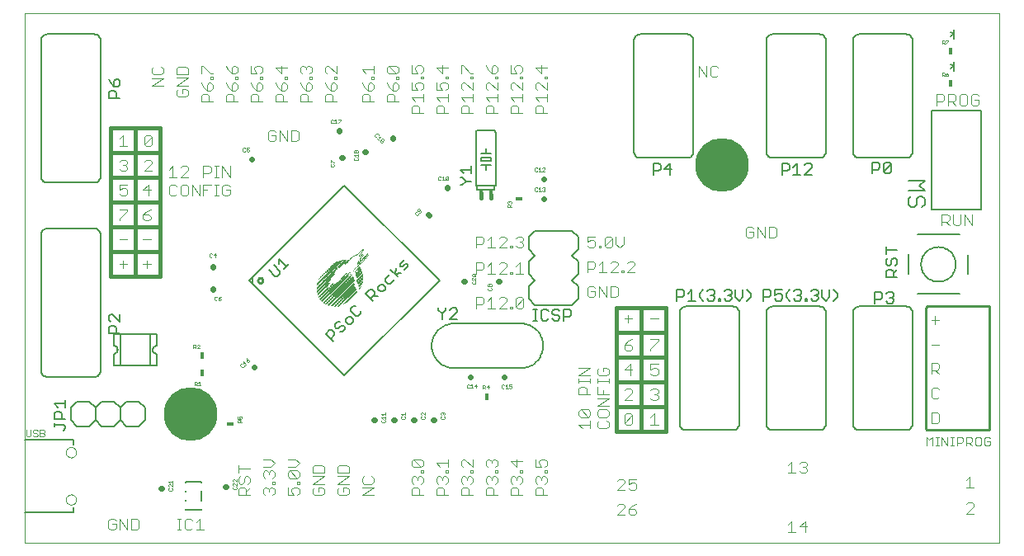
<source format=gto>
G75*
%MOIN*%
%OFA0B0*%
%FSLAX24Y24*%
%IPPOS*%
%LPD*%
%AMOC8*
5,1,8,0,0,1.08239X$1,22.5*
%
%ADD10C,0.0000*%
%ADD11C,0.0040*%
%ADD12C,0.2165*%
%ADD13C,0.0080*%
%ADD14C,0.0050*%
%ADD15C,0.0020*%
%ADD16C,0.0100*%
%ADD17C,0.0024*%
%ADD18C,0.0060*%
%ADD19C,0.0220*%
%ADD20C,0.0010*%
%ADD21C,0.0160*%
%ADD22R,0.0160X0.0230*%
%ADD23R,0.0180X0.0300*%
%ADD24R,0.0300X0.0180*%
D10*
X009750Y000930D02*
X009750Y022326D01*
X049120Y022326D01*
X049120Y000930D01*
X009750Y000930D01*
X011405Y002675D02*
X011407Y002703D01*
X011413Y002731D01*
X011422Y002757D01*
X011435Y002783D01*
X011451Y002806D01*
X011471Y002826D01*
X011493Y002844D01*
X011517Y002859D01*
X011543Y002870D01*
X011570Y002878D01*
X011598Y002882D01*
X011626Y002882D01*
X011654Y002878D01*
X011681Y002870D01*
X011707Y002859D01*
X011731Y002844D01*
X011753Y002826D01*
X011773Y002806D01*
X011789Y002783D01*
X011802Y002757D01*
X011811Y002731D01*
X011817Y002703D01*
X011819Y002675D01*
X011817Y002647D01*
X011811Y002619D01*
X011802Y002593D01*
X011789Y002567D01*
X011773Y002544D01*
X011753Y002524D01*
X011731Y002506D01*
X011707Y002491D01*
X011681Y002480D01*
X011654Y002472D01*
X011626Y002468D01*
X011598Y002468D01*
X011570Y002472D01*
X011543Y002480D01*
X011517Y002491D01*
X011493Y002506D01*
X011471Y002524D01*
X011451Y002544D01*
X011435Y002567D01*
X011422Y002593D01*
X011413Y002619D01*
X011407Y002647D01*
X011405Y002675D01*
X011405Y004585D02*
X011407Y004613D01*
X011413Y004641D01*
X011422Y004667D01*
X011435Y004693D01*
X011451Y004716D01*
X011471Y004736D01*
X011493Y004754D01*
X011517Y004769D01*
X011543Y004780D01*
X011570Y004788D01*
X011598Y004792D01*
X011626Y004792D01*
X011654Y004788D01*
X011681Y004780D01*
X011707Y004769D01*
X011731Y004754D01*
X011753Y004736D01*
X011773Y004716D01*
X011789Y004693D01*
X011802Y004667D01*
X011811Y004641D01*
X011817Y004613D01*
X011819Y004585D01*
X011817Y004557D01*
X011811Y004529D01*
X011802Y004503D01*
X011789Y004477D01*
X011773Y004454D01*
X011753Y004434D01*
X011731Y004416D01*
X011707Y004401D01*
X011681Y004390D01*
X011654Y004382D01*
X011626Y004378D01*
X011598Y004378D01*
X011570Y004382D01*
X011543Y004390D01*
X011517Y004401D01*
X011493Y004416D01*
X011471Y004434D01*
X011451Y004454D01*
X011435Y004477D01*
X011422Y004503D01*
X011413Y004529D01*
X011407Y004557D01*
X011405Y004585D01*
X015879Y006125D02*
X015881Y006172D01*
X015887Y006219D01*
X015896Y006265D01*
X015910Y006310D01*
X015927Y006354D01*
X015948Y006397D01*
X015972Y006437D01*
X015999Y006476D01*
X016030Y006512D01*
X016063Y006545D01*
X016099Y006576D01*
X016138Y006603D01*
X016178Y006627D01*
X016221Y006648D01*
X016265Y006665D01*
X016310Y006679D01*
X016356Y006688D01*
X016403Y006694D01*
X016450Y006696D01*
X016497Y006694D01*
X016544Y006688D01*
X016590Y006679D01*
X016635Y006665D01*
X016679Y006648D01*
X016722Y006627D01*
X016762Y006603D01*
X016801Y006576D01*
X016837Y006545D01*
X016870Y006512D01*
X016901Y006476D01*
X016928Y006437D01*
X016952Y006397D01*
X016973Y006354D01*
X016990Y006310D01*
X017004Y006265D01*
X017013Y006219D01*
X017019Y006172D01*
X017021Y006125D01*
X017019Y006078D01*
X017013Y006031D01*
X017004Y005985D01*
X016990Y005940D01*
X016973Y005896D01*
X016952Y005853D01*
X016928Y005813D01*
X016901Y005774D01*
X016870Y005738D01*
X016837Y005705D01*
X016801Y005674D01*
X016762Y005647D01*
X016722Y005623D01*
X016679Y005602D01*
X016635Y005585D01*
X016590Y005571D01*
X016544Y005562D01*
X016497Y005556D01*
X016450Y005554D01*
X016403Y005556D01*
X016356Y005562D01*
X016310Y005571D01*
X016265Y005585D01*
X016221Y005602D01*
X016178Y005623D01*
X016138Y005647D01*
X016099Y005674D01*
X016063Y005705D01*
X016030Y005738D01*
X015999Y005774D01*
X015972Y005813D01*
X015948Y005853D01*
X015927Y005896D01*
X015910Y005940D01*
X015896Y005985D01*
X015887Y006031D01*
X015881Y006078D01*
X015879Y006125D01*
X037334Y016165D02*
X037336Y016212D01*
X037342Y016259D01*
X037351Y016305D01*
X037365Y016350D01*
X037382Y016394D01*
X037403Y016437D01*
X037427Y016477D01*
X037454Y016516D01*
X037485Y016552D01*
X037518Y016585D01*
X037554Y016616D01*
X037593Y016643D01*
X037633Y016667D01*
X037676Y016688D01*
X037720Y016705D01*
X037765Y016719D01*
X037811Y016728D01*
X037858Y016734D01*
X037905Y016736D01*
X037952Y016734D01*
X037999Y016728D01*
X038045Y016719D01*
X038090Y016705D01*
X038134Y016688D01*
X038177Y016667D01*
X038217Y016643D01*
X038256Y016616D01*
X038292Y016585D01*
X038325Y016552D01*
X038356Y016516D01*
X038383Y016477D01*
X038407Y016437D01*
X038428Y016394D01*
X038445Y016350D01*
X038459Y016305D01*
X038468Y016259D01*
X038474Y016212D01*
X038476Y016165D01*
X038474Y016118D01*
X038468Y016071D01*
X038459Y016025D01*
X038445Y015980D01*
X038428Y015936D01*
X038407Y015893D01*
X038383Y015853D01*
X038356Y015814D01*
X038325Y015778D01*
X038292Y015745D01*
X038256Y015714D01*
X038217Y015687D01*
X038177Y015663D01*
X038134Y015642D01*
X038090Y015625D01*
X038045Y015611D01*
X037999Y015602D01*
X037952Y015596D01*
X037905Y015594D01*
X037858Y015596D01*
X037811Y015602D01*
X037765Y015611D01*
X037720Y015625D01*
X037676Y015642D01*
X037633Y015663D01*
X037593Y015687D01*
X037554Y015714D01*
X037518Y015745D01*
X037485Y015778D01*
X037454Y015814D01*
X037427Y015853D01*
X037403Y015893D01*
X037382Y015936D01*
X037365Y015980D01*
X037351Y016025D01*
X037342Y016071D01*
X037336Y016118D01*
X037334Y016165D01*
D11*
X038947Y013710D02*
X038870Y013634D01*
X038870Y013327D01*
X038947Y013250D01*
X039100Y013250D01*
X039177Y013327D01*
X039177Y013480D01*
X039023Y013480D01*
X039177Y013634D02*
X039100Y013710D01*
X038947Y013710D01*
X039330Y013710D02*
X039637Y013250D01*
X039637Y013710D01*
X039791Y013710D02*
X040021Y013710D01*
X040098Y013634D01*
X040098Y013327D01*
X040021Y013250D01*
X039791Y013250D01*
X039791Y013710D01*
X039330Y013710D02*
X039330Y013250D01*
X034388Y012234D02*
X034388Y012157D01*
X034081Y011850D01*
X034388Y011850D01*
X033928Y011850D02*
X033851Y011850D01*
X033851Y011927D01*
X033928Y011927D01*
X033928Y011850D01*
X033698Y011850D02*
X033391Y011850D01*
X033698Y012157D01*
X033698Y012234D01*
X033621Y012310D01*
X033468Y012310D01*
X033391Y012234D01*
X033084Y012310D02*
X033084Y011850D01*
X033237Y011850D02*
X032930Y011850D01*
X032700Y012003D02*
X032470Y012003D01*
X032470Y011850D02*
X032470Y012310D01*
X032700Y012310D01*
X032777Y012234D01*
X032777Y012080D01*
X032700Y012003D01*
X032930Y012157D02*
X033084Y012310D01*
X033007Y012850D02*
X032930Y012850D01*
X032930Y012927D01*
X033007Y012927D01*
X033007Y012850D01*
X033161Y012927D02*
X033237Y012850D01*
X033391Y012850D01*
X033468Y012927D01*
X033468Y013234D01*
X033161Y012927D01*
X033161Y013234D01*
X033237Y013310D01*
X033391Y013310D01*
X033468Y013234D01*
X033621Y013310D02*
X033621Y013003D01*
X033774Y012850D01*
X033928Y013003D01*
X033928Y013310D01*
X032777Y013310D02*
X032470Y013310D01*
X032470Y013080D01*
X032623Y013157D01*
X032700Y013157D01*
X032777Y013080D01*
X032777Y012927D01*
X032700Y012850D01*
X032547Y012850D01*
X032470Y012927D01*
X034081Y012234D02*
X034158Y012310D01*
X034312Y012310D01*
X034388Y012234D01*
X033621Y011310D02*
X033391Y011310D01*
X033391Y010850D01*
X033621Y010850D01*
X033698Y010927D01*
X033698Y011234D01*
X033621Y011310D01*
X033237Y011310D02*
X033237Y010850D01*
X032930Y011310D01*
X032930Y010850D01*
X032777Y010927D02*
X032777Y011080D01*
X032623Y011080D01*
X032470Y010927D02*
X032547Y010850D01*
X032700Y010850D01*
X032777Y010927D01*
X032777Y011234D02*
X032700Y011310D01*
X032547Y011310D01*
X032470Y011234D01*
X032470Y010927D01*
X033970Y009980D02*
X034277Y009980D01*
X034123Y010134D02*
X034123Y009827D01*
X035020Y009980D02*
X035327Y009980D01*
X035327Y009160D02*
X035327Y009084D01*
X035020Y008777D01*
X035020Y008700D01*
X035020Y009160D02*
X035327Y009160D01*
X034277Y009160D02*
X034123Y009084D01*
X033970Y008930D01*
X034200Y008930D01*
X034277Y008853D01*
X034277Y008777D01*
X034200Y008700D01*
X034047Y008700D01*
X033970Y008777D01*
X033970Y008930D01*
X034200Y008160D02*
X033970Y007930D01*
X034277Y007930D01*
X034200Y007700D02*
X034200Y008160D01*
X035020Y008160D02*
X035020Y007930D01*
X035173Y008007D01*
X035250Y008007D01*
X035327Y007930D01*
X035327Y007777D01*
X035250Y007700D01*
X035097Y007700D01*
X035020Y007777D01*
X035020Y008160D02*
X035327Y008160D01*
X035250Y007160D02*
X035327Y007084D01*
X035327Y007007D01*
X035250Y006930D01*
X035327Y006853D01*
X035327Y006777D01*
X035250Y006700D01*
X035097Y006700D01*
X035020Y006777D01*
X035173Y006930D02*
X035250Y006930D01*
X035250Y007160D02*
X035097Y007160D01*
X035020Y007084D01*
X034277Y007084D02*
X034200Y007160D01*
X034047Y007160D01*
X033970Y007084D01*
X034277Y007084D02*
X034277Y007007D01*
X033970Y006700D01*
X034277Y006700D01*
X033330Y006778D02*
X032870Y006778D01*
X032870Y006931D02*
X032870Y007238D01*
X032870Y007392D02*
X032870Y007545D01*
X032870Y007468D02*
X033330Y007468D01*
X033330Y007392D02*
X033330Y007545D01*
X033253Y007698D02*
X032946Y007698D01*
X032870Y007775D01*
X032870Y007929D01*
X032946Y008005D01*
X033100Y008005D02*
X033100Y007852D01*
X033100Y008005D02*
X033253Y008005D01*
X033330Y007929D01*
X033330Y007775D01*
X033253Y007698D01*
X032580Y007698D02*
X032120Y007698D01*
X032580Y008005D01*
X032120Y008005D01*
X032120Y007545D02*
X032120Y007392D01*
X032120Y007468D02*
X032580Y007468D01*
X032580Y007392D02*
X032580Y007545D01*
X032350Y007238D02*
X032427Y007161D01*
X032427Y006931D01*
X032580Y006931D02*
X032120Y006931D01*
X032120Y007161D01*
X032196Y007238D01*
X032350Y007238D01*
X032870Y006931D02*
X033330Y006931D01*
X033330Y006778D02*
X032870Y006471D01*
X033330Y006471D01*
X033253Y006317D02*
X032946Y006317D01*
X032870Y006241D01*
X032870Y006087D01*
X032946Y006010D01*
X033253Y006010D01*
X033330Y006087D01*
X033330Y006241D01*
X033253Y006317D01*
X032580Y006241D02*
X032580Y006087D01*
X032503Y006010D01*
X032196Y006317D01*
X032503Y006317D01*
X032580Y006241D01*
X032503Y006010D02*
X032196Y006010D01*
X032120Y006087D01*
X032120Y006241D01*
X032196Y006317D01*
X032580Y005857D02*
X032580Y005550D01*
X032580Y005703D02*
X032120Y005703D01*
X032273Y005550D01*
X032870Y005627D02*
X032870Y005780D01*
X032946Y005857D01*
X032870Y005627D02*
X032946Y005550D01*
X033253Y005550D01*
X033330Y005627D01*
X033330Y005780D01*
X033253Y005857D01*
X033970Y005777D02*
X033970Y006084D01*
X034047Y006160D01*
X034200Y006160D01*
X034277Y006084D01*
X033970Y005777D01*
X034047Y005700D01*
X034200Y005700D01*
X034277Y005777D01*
X034277Y006084D01*
X035020Y006007D02*
X035173Y006160D01*
X035173Y005700D01*
X035020Y005700D02*
X035327Y005700D01*
X033100Y006931D02*
X033100Y007085D01*
X030753Y004308D02*
X030830Y004231D01*
X030830Y004078D01*
X030753Y004001D01*
X030600Y004001D02*
X030523Y004154D01*
X030523Y004231D01*
X030600Y004308D01*
X030753Y004308D01*
X030600Y004001D02*
X030370Y004001D01*
X030370Y004308D01*
X029830Y004231D02*
X029370Y004231D01*
X029600Y004001D01*
X029600Y004308D01*
X029753Y003848D02*
X029830Y003848D01*
X029830Y003771D01*
X029753Y003771D01*
X029753Y003848D01*
X029753Y003617D02*
X029830Y003541D01*
X029830Y003387D01*
X029753Y003310D01*
X029600Y003157D02*
X029446Y003157D01*
X029370Y003080D01*
X029370Y002850D01*
X029830Y002850D01*
X029677Y002850D02*
X029677Y003080D01*
X029600Y003157D01*
X029446Y003310D02*
X029370Y003387D01*
X029370Y003541D01*
X029446Y003617D01*
X029523Y003617D01*
X029600Y003541D01*
X029677Y003617D01*
X029753Y003617D01*
X029600Y003541D02*
X029600Y003464D01*
X030370Y003387D02*
X030370Y003541D01*
X030446Y003617D01*
X030523Y003617D01*
X030600Y003541D01*
X030677Y003617D01*
X030753Y003617D01*
X030830Y003541D01*
X030830Y003387D01*
X030753Y003310D01*
X030600Y003157D02*
X030446Y003157D01*
X030370Y003080D01*
X030370Y002850D01*
X030830Y002850D01*
X030677Y002850D02*
X030677Y003080D01*
X030600Y003157D01*
X030446Y003310D02*
X030370Y003387D01*
X030600Y003464D02*
X030600Y003541D01*
X030753Y003771D02*
X030753Y003848D01*
X030830Y003848D01*
X030830Y003771D01*
X030753Y003771D01*
X028830Y003771D02*
X028830Y003848D01*
X028753Y003848D01*
X028753Y003771D01*
X028830Y003771D01*
X028753Y003617D02*
X028830Y003541D01*
X028830Y003387D01*
X028753Y003310D01*
X028600Y003157D02*
X028446Y003157D01*
X028370Y003080D01*
X028370Y002850D01*
X028830Y002850D01*
X028677Y002850D02*
X028677Y003080D01*
X028600Y003157D01*
X028446Y003310D02*
X028370Y003387D01*
X028370Y003541D01*
X028446Y003617D01*
X028523Y003617D01*
X028600Y003541D01*
X028677Y003617D01*
X028753Y003617D01*
X028600Y003541D02*
X028600Y003464D01*
X028753Y004001D02*
X028830Y004078D01*
X028830Y004231D01*
X028753Y004308D01*
X028677Y004308D01*
X028600Y004231D01*
X028600Y004154D01*
X028600Y004231D02*
X028523Y004308D01*
X028446Y004308D01*
X028370Y004231D01*
X028370Y004078D01*
X028446Y004001D01*
X027830Y004001D02*
X027523Y004308D01*
X027446Y004308D01*
X027370Y004231D01*
X027370Y004078D01*
X027446Y004001D01*
X027753Y003848D02*
X027830Y003848D01*
X027830Y003771D01*
X027753Y003771D01*
X027753Y003848D01*
X027830Y004001D02*
X027830Y004308D01*
X026830Y004308D02*
X026830Y004001D01*
X026830Y004154D02*
X026370Y004154D01*
X026523Y004001D01*
X026753Y003848D02*
X026830Y003848D01*
X026830Y003771D01*
X026753Y003771D01*
X026753Y003848D01*
X026753Y003617D02*
X026830Y003541D01*
X026830Y003387D01*
X026753Y003310D01*
X026600Y003157D02*
X026446Y003157D01*
X026370Y003080D01*
X026370Y002850D01*
X026830Y002850D01*
X026677Y002850D02*
X026677Y003080D01*
X026600Y003157D01*
X026446Y003310D02*
X026370Y003387D01*
X026370Y003541D01*
X026446Y003617D01*
X026523Y003617D01*
X026600Y003541D01*
X026677Y003617D01*
X026753Y003617D01*
X026600Y003541D02*
X026600Y003464D01*
X027370Y003387D02*
X027370Y003541D01*
X027446Y003617D01*
X027523Y003617D01*
X027600Y003541D01*
X027677Y003617D01*
X027753Y003617D01*
X027830Y003541D01*
X027830Y003387D01*
X027753Y003310D01*
X027600Y003157D02*
X027446Y003157D01*
X027370Y003080D01*
X027370Y002850D01*
X027830Y002850D01*
X027677Y002850D02*
X027677Y003080D01*
X027600Y003157D01*
X027446Y003310D02*
X027370Y003387D01*
X027600Y003464D02*
X027600Y003541D01*
X025830Y003541D02*
X025830Y003387D01*
X025753Y003310D01*
X025600Y003157D02*
X025446Y003157D01*
X025370Y003080D01*
X025370Y002850D01*
X025830Y002850D01*
X025677Y002850D02*
X025677Y003080D01*
X025600Y003157D01*
X025446Y003310D02*
X025370Y003387D01*
X025370Y003541D01*
X025446Y003617D01*
X025523Y003617D01*
X025600Y003541D01*
X025677Y003617D01*
X025753Y003617D01*
X025830Y003541D01*
X025830Y003771D02*
X025830Y003848D01*
X025753Y003848D01*
X025753Y003771D01*
X025830Y003771D01*
X025753Y004001D02*
X025446Y004001D01*
X025370Y004078D01*
X025370Y004231D01*
X025446Y004308D01*
X025753Y004001D01*
X025830Y004078D01*
X025830Y004231D01*
X025753Y004308D01*
X025446Y004308D01*
X025600Y003541D02*
X025600Y003464D01*
X023830Y003387D02*
X023830Y003541D01*
X023753Y003617D01*
X023830Y003387D02*
X023753Y003310D01*
X023446Y003310D01*
X023370Y003387D01*
X023370Y003541D01*
X023446Y003617D01*
X022830Y003617D02*
X022370Y003617D01*
X022370Y003771D02*
X022370Y004001D01*
X022446Y004078D01*
X022753Y004078D01*
X022830Y004001D01*
X022830Y003771D01*
X022370Y003771D01*
X022370Y003310D02*
X022830Y003617D01*
X022830Y003310D02*
X022370Y003310D01*
X022446Y003157D02*
X022370Y003080D01*
X022370Y002927D01*
X022446Y002850D01*
X022753Y002850D01*
X022830Y002927D01*
X022830Y003080D01*
X022753Y003157D01*
X022600Y003157D01*
X022600Y003003D01*
X023370Y002850D02*
X023830Y003157D01*
X023370Y003157D01*
X023370Y002850D02*
X023830Y002850D01*
X021830Y002927D02*
X021830Y003080D01*
X021753Y003157D01*
X021600Y003157D01*
X021600Y003003D01*
X021753Y002850D02*
X021446Y002850D01*
X021370Y002927D01*
X021370Y003080D01*
X021446Y003157D01*
X021370Y003310D02*
X021830Y003617D01*
X021370Y003617D01*
X021370Y003771D02*
X021370Y004001D01*
X021446Y004078D01*
X021753Y004078D01*
X021830Y004001D01*
X021830Y003771D01*
X021370Y003771D01*
X020830Y003771D02*
X020830Y003617D01*
X020753Y003541D01*
X020446Y003848D01*
X020753Y003848D01*
X020830Y003771D01*
X020753Y003541D02*
X020446Y003541D01*
X020370Y003617D01*
X020370Y003771D01*
X020446Y003848D01*
X020370Y004001D02*
X020677Y004001D01*
X020830Y004154D01*
X020677Y004308D01*
X020370Y004308D01*
X019830Y004154D02*
X019677Y004001D01*
X019370Y004001D01*
X019446Y003848D02*
X019523Y003848D01*
X019600Y003771D01*
X019677Y003848D01*
X019753Y003848D01*
X019830Y003771D01*
X019830Y003617D01*
X019753Y003541D01*
X019753Y003387D02*
X019830Y003387D01*
X019830Y003310D01*
X019753Y003310D01*
X019753Y003387D01*
X019753Y003157D02*
X019830Y003080D01*
X019830Y002927D01*
X019753Y002850D01*
X019600Y003003D02*
X019600Y003080D01*
X019677Y003157D01*
X019753Y003157D01*
X019600Y003080D02*
X019523Y003157D01*
X019446Y003157D01*
X019370Y003080D01*
X019370Y002927D01*
X019446Y002850D01*
X018830Y002850D02*
X018370Y002850D01*
X018370Y003080D01*
X018446Y003157D01*
X018600Y003157D01*
X018677Y003080D01*
X018677Y002850D01*
X018677Y003003D02*
X018830Y003157D01*
X018753Y003310D02*
X018830Y003387D01*
X018830Y003541D01*
X018753Y003617D01*
X018677Y003617D01*
X018600Y003541D01*
X018600Y003387D01*
X018523Y003310D01*
X018446Y003310D01*
X018370Y003387D01*
X018370Y003541D01*
X018446Y003617D01*
X018370Y003771D02*
X018370Y004078D01*
X018370Y003924D02*
X018830Y003924D01*
X019370Y003771D02*
X019446Y003848D01*
X019370Y003771D02*
X019370Y003617D01*
X019446Y003541D01*
X019600Y003694D02*
X019600Y003771D01*
X019830Y004154D02*
X019677Y004308D01*
X019370Y004308D01*
X020753Y003387D02*
X020830Y003387D01*
X020830Y003310D01*
X020753Y003310D01*
X020753Y003387D01*
X020753Y003157D02*
X020830Y003080D01*
X020830Y002927D01*
X020753Y002850D01*
X020600Y002850D02*
X020523Y003003D01*
X020523Y003080D01*
X020600Y003157D01*
X020753Y003157D01*
X020600Y002850D02*
X020370Y002850D01*
X020370Y003157D01*
X021370Y003310D02*
X021830Y003310D01*
X021830Y002927D02*
X021753Y002850D01*
X016967Y001450D02*
X016660Y001450D01*
X016813Y001450D02*
X016813Y001910D01*
X016660Y001757D01*
X016506Y001834D02*
X016429Y001910D01*
X016276Y001910D01*
X016199Y001834D01*
X016199Y001527D01*
X016276Y001450D01*
X016429Y001450D01*
X016506Y001527D01*
X016046Y001450D02*
X015892Y001450D01*
X015969Y001450D02*
X015969Y001910D01*
X015892Y001910D02*
X016046Y001910D01*
X014348Y001834D02*
X014348Y001527D01*
X014271Y001450D01*
X014041Y001450D01*
X014041Y001910D01*
X014271Y001910D01*
X014348Y001834D01*
X013887Y001910D02*
X013887Y001450D01*
X013580Y001910D01*
X013580Y001450D01*
X013427Y001527D02*
X013427Y001680D01*
X013273Y001680D01*
X013120Y001527D02*
X013120Y001834D01*
X013197Y001910D01*
X013350Y001910D01*
X013427Y001834D01*
X013427Y001527D02*
X013350Y001450D01*
X013197Y001450D01*
X013120Y001527D01*
X027970Y010400D02*
X027970Y010860D01*
X028200Y010860D01*
X028277Y010784D01*
X028277Y010630D01*
X028200Y010553D01*
X027970Y010553D01*
X028430Y010400D02*
X028737Y010400D01*
X028584Y010400D02*
X028584Y010860D01*
X028430Y010707D01*
X028891Y010784D02*
X028968Y010860D01*
X029121Y010860D01*
X029198Y010784D01*
X029198Y010707D01*
X028891Y010400D01*
X029198Y010400D01*
X029351Y010400D02*
X029428Y010400D01*
X029428Y010477D01*
X029351Y010477D01*
X029351Y010400D01*
X029581Y010477D02*
X029888Y010784D01*
X029888Y010477D01*
X029812Y010400D01*
X029658Y010400D01*
X029581Y010477D01*
X029581Y010784D01*
X029658Y010860D01*
X029812Y010860D01*
X029888Y010784D01*
X029888Y011800D02*
X029581Y011800D01*
X029428Y011800D02*
X029351Y011800D01*
X029351Y011877D01*
X029428Y011877D01*
X029428Y011800D01*
X029198Y011800D02*
X028891Y011800D01*
X029198Y012107D01*
X029198Y012184D01*
X029121Y012260D01*
X028968Y012260D01*
X028891Y012184D01*
X028584Y012260D02*
X028584Y011800D01*
X028737Y011800D02*
X028430Y011800D01*
X028200Y011953D02*
X027970Y011953D01*
X027970Y011800D02*
X027970Y012260D01*
X028200Y012260D01*
X028277Y012184D01*
X028277Y012030D01*
X028200Y011953D01*
X028430Y012107D02*
X028584Y012260D01*
X028584Y012850D02*
X028584Y013310D01*
X028430Y013157D01*
X028277Y013234D02*
X028277Y013080D01*
X028200Y013003D01*
X027970Y013003D01*
X027970Y012850D02*
X027970Y013310D01*
X028200Y013310D01*
X028277Y013234D01*
X028891Y013234D02*
X028968Y013310D01*
X029121Y013310D01*
X029198Y013234D01*
X029198Y013157D01*
X028891Y012850D01*
X029198Y012850D01*
X029351Y012850D02*
X029428Y012850D01*
X029428Y012927D01*
X029351Y012927D01*
X029351Y012850D01*
X029581Y012927D02*
X029658Y012850D01*
X029812Y012850D01*
X029888Y012927D01*
X029888Y013003D01*
X029812Y013080D01*
X029735Y013080D01*
X029812Y013080D02*
X029888Y013157D01*
X029888Y013234D01*
X029812Y013310D01*
X029658Y013310D01*
X029581Y013234D01*
X028737Y012850D02*
X028430Y012850D01*
X029581Y012107D02*
X029735Y012260D01*
X029735Y011800D01*
X020798Y017227D02*
X020798Y017534D01*
X020721Y017610D01*
X020491Y017610D01*
X020491Y017150D01*
X020721Y017150D01*
X020798Y017227D01*
X020337Y017150D02*
X020337Y017610D01*
X020030Y017610D02*
X020337Y017150D01*
X020030Y017150D02*
X020030Y017610D01*
X019877Y017534D02*
X019800Y017610D01*
X019647Y017610D01*
X019570Y017534D01*
X019570Y017227D01*
X019647Y017150D01*
X019800Y017150D01*
X019877Y017227D01*
X019877Y017380D01*
X019723Y017380D01*
X018025Y016160D02*
X018025Y015700D01*
X017718Y016160D01*
X017718Y015700D01*
X017565Y015700D02*
X017412Y015700D01*
X017488Y015700D02*
X017488Y016160D01*
X017412Y016160D02*
X017565Y016160D01*
X017258Y016084D02*
X017258Y015930D01*
X017181Y015853D01*
X016951Y015853D01*
X016951Y015700D02*
X016951Y016160D01*
X017181Y016160D01*
X017258Y016084D01*
X016337Y016084D02*
X016261Y016160D01*
X016107Y016160D01*
X016030Y016084D01*
X016337Y016084D02*
X016337Y016007D01*
X016030Y015700D01*
X016337Y015700D01*
X015877Y015700D02*
X015570Y015700D01*
X015723Y015700D02*
X015723Y016160D01*
X015570Y016007D01*
X014877Y015950D02*
X014570Y015950D01*
X014877Y016257D01*
X014877Y016334D01*
X014800Y016410D01*
X014647Y016410D01*
X014570Y016334D01*
X013877Y016334D02*
X013877Y016257D01*
X013800Y016180D01*
X013877Y016103D01*
X013877Y016027D01*
X013800Y015950D01*
X013647Y015950D01*
X013570Y016027D01*
X013723Y016180D02*
X013800Y016180D01*
X013877Y016334D02*
X013800Y016410D01*
X013647Y016410D01*
X013570Y016334D01*
X013570Y016950D02*
X013877Y016950D01*
X013723Y016950D02*
X013723Y017410D01*
X013570Y017257D01*
X014570Y017334D02*
X014570Y017027D01*
X014877Y017334D01*
X014877Y017027D01*
X014800Y016950D01*
X014647Y016950D01*
X014570Y017027D01*
X014570Y017334D02*
X014647Y017410D01*
X014800Y017410D01*
X014877Y017334D01*
X016870Y018750D02*
X016870Y018980D01*
X016946Y019057D01*
X017100Y019057D01*
X017177Y018980D01*
X017177Y018750D01*
X017330Y018750D02*
X016870Y018750D01*
X016330Y019027D02*
X016330Y019180D01*
X016253Y019257D01*
X016100Y019257D01*
X016100Y019103D01*
X016253Y018950D02*
X016330Y019027D01*
X016253Y018950D02*
X015946Y018950D01*
X015870Y019027D01*
X015870Y019180D01*
X015946Y019257D01*
X015870Y019410D02*
X016330Y019717D01*
X015870Y019717D01*
X015870Y019871D02*
X015870Y020101D01*
X015946Y020178D01*
X016253Y020178D01*
X016330Y020101D01*
X016330Y019871D01*
X015870Y019871D01*
X015330Y019937D02*
X015330Y020091D01*
X015253Y020167D01*
X015330Y019937D02*
X015253Y019860D01*
X014946Y019860D01*
X014870Y019937D01*
X014870Y020091D01*
X014946Y020167D01*
X014870Y019707D02*
X015330Y019707D01*
X014870Y019400D01*
X015330Y019400D01*
X015870Y019410D02*
X016330Y019410D01*
X016870Y019517D02*
X016946Y019364D01*
X017100Y019210D01*
X017100Y019441D01*
X017177Y019517D01*
X017253Y019517D01*
X017330Y019441D01*
X017330Y019287D01*
X017253Y019210D01*
X017100Y019210D01*
X017870Y018980D02*
X017946Y019057D01*
X018100Y019057D01*
X018177Y018980D01*
X018177Y018750D01*
X018330Y018750D02*
X017870Y018750D01*
X017870Y018980D01*
X018100Y019210D02*
X017946Y019364D01*
X017870Y019517D01*
X018100Y019441D02*
X018100Y019210D01*
X018253Y019210D01*
X018330Y019287D01*
X018330Y019441D01*
X018253Y019517D01*
X018177Y019517D01*
X018100Y019441D01*
X018253Y019671D02*
X018253Y019748D01*
X018330Y019748D01*
X018330Y019671D01*
X018253Y019671D01*
X018253Y019901D02*
X018330Y019978D01*
X018330Y020131D01*
X018253Y020208D01*
X018177Y020208D01*
X018100Y020131D01*
X018100Y019901D01*
X018253Y019901D01*
X018100Y019901D02*
X017946Y020054D01*
X017870Y020208D01*
X017330Y019901D02*
X017253Y019901D01*
X016946Y020208D01*
X016870Y020208D01*
X016870Y019901D01*
X017253Y019748D02*
X017330Y019748D01*
X017330Y019671D01*
X017253Y019671D01*
X017253Y019748D01*
X018870Y019901D02*
X019100Y019901D01*
X019023Y020054D01*
X019023Y020131D01*
X019100Y020208D01*
X019253Y020208D01*
X019330Y020131D01*
X019330Y019978D01*
X019253Y019901D01*
X019253Y019748D02*
X019330Y019748D01*
X019330Y019671D01*
X019253Y019671D01*
X019253Y019748D01*
X019253Y019517D02*
X019177Y019517D01*
X019100Y019441D01*
X019100Y019210D01*
X019253Y019210D01*
X019330Y019287D01*
X019330Y019441D01*
X019253Y019517D01*
X018946Y019364D02*
X019100Y019210D01*
X019100Y019057D02*
X018946Y019057D01*
X018870Y018980D01*
X018870Y018750D01*
X019330Y018750D01*
X019177Y018750D02*
X019177Y018980D01*
X019100Y019057D01*
X018946Y019364D02*
X018870Y019517D01*
X018870Y019901D02*
X018870Y020208D01*
X019870Y020131D02*
X020100Y019901D01*
X020100Y020208D01*
X020330Y020131D02*
X019870Y020131D01*
X020253Y019748D02*
X020330Y019748D01*
X020330Y019671D01*
X020253Y019671D01*
X020253Y019748D01*
X020253Y019517D02*
X020177Y019517D01*
X020100Y019441D01*
X020100Y019210D01*
X020253Y019210D01*
X020330Y019287D01*
X020330Y019441D01*
X020253Y019517D01*
X019946Y019364D02*
X020100Y019210D01*
X020100Y019057D02*
X019946Y019057D01*
X019870Y018980D01*
X019870Y018750D01*
X020330Y018750D01*
X020177Y018750D02*
X020177Y018980D01*
X020100Y019057D01*
X019946Y019364D02*
X019870Y019517D01*
X020870Y019517D02*
X020946Y019364D01*
X021100Y019210D01*
X021100Y019441D01*
X021177Y019517D01*
X021253Y019517D01*
X021330Y019441D01*
X021330Y019287D01*
X021253Y019210D01*
X021100Y019210D01*
X021100Y019057D02*
X020946Y019057D01*
X020870Y018980D01*
X020870Y018750D01*
X021330Y018750D01*
X021177Y018750D02*
X021177Y018980D01*
X021100Y019057D01*
X021870Y018980D02*
X021870Y018750D01*
X022330Y018750D01*
X022177Y018750D02*
X022177Y018980D01*
X022100Y019057D01*
X021946Y019057D01*
X021870Y018980D01*
X022100Y019210D02*
X021946Y019364D01*
X021870Y019517D01*
X022100Y019441D02*
X022100Y019210D01*
X022253Y019210D01*
X022330Y019287D01*
X022330Y019441D01*
X022253Y019517D01*
X022177Y019517D01*
X022100Y019441D01*
X022253Y019671D02*
X022253Y019748D01*
X022330Y019748D01*
X022330Y019671D01*
X022253Y019671D01*
X022330Y019901D02*
X022023Y020208D01*
X021946Y020208D01*
X021870Y020131D01*
X021870Y019978D01*
X021946Y019901D01*
X022330Y019901D02*
X022330Y020208D01*
X021330Y020131D02*
X021330Y019978D01*
X021253Y019901D01*
X021253Y019748D02*
X021330Y019748D01*
X021330Y019671D01*
X021253Y019671D01*
X021253Y019748D01*
X021100Y020054D02*
X021100Y020131D01*
X021177Y020208D01*
X021253Y020208D01*
X021330Y020131D01*
X021100Y020131D02*
X021023Y020208D01*
X020946Y020208D01*
X020870Y020131D01*
X020870Y019978D01*
X020946Y019901D01*
X023370Y020054D02*
X023830Y020054D01*
X023830Y019901D02*
X023830Y020208D01*
X023523Y019901D02*
X023370Y020054D01*
X023753Y019748D02*
X023830Y019748D01*
X023830Y019671D01*
X023753Y019671D01*
X023753Y019748D01*
X023753Y019517D02*
X023677Y019517D01*
X023600Y019441D01*
X023600Y019210D01*
X023753Y019210D01*
X023830Y019287D01*
X023830Y019441D01*
X023753Y019517D01*
X023446Y019364D02*
X023600Y019210D01*
X023600Y019057D02*
X023446Y019057D01*
X023370Y018980D01*
X023370Y018750D01*
X023830Y018750D01*
X023677Y018750D02*
X023677Y018980D01*
X023600Y019057D01*
X023446Y019364D02*
X023370Y019517D01*
X024370Y019517D02*
X024446Y019364D01*
X024600Y019210D01*
X024600Y019441D01*
X024677Y019517D01*
X024753Y019517D01*
X024830Y019441D01*
X024830Y019287D01*
X024753Y019210D01*
X024600Y019210D01*
X024600Y019057D02*
X024446Y019057D01*
X024370Y018980D01*
X024370Y018750D01*
X024830Y018750D01*
X024677Y018750D02*
X024677Y018980D01*
X024600Y019057D01*
X025370Y018914D02*
X025830Y018914D01*
X025830Y019067D02*
X025830Y018760D01*
X025677Y018530D02*
X025677Y018300D01*
X025830Y018300D02*
X025370Y018300D01*
X025370Y018530D01*
X025446Y018607D01*
X025600Y018607D01*
X025677Y018530D01*
X025523Y018760D02*
X025370Y018914D01*
X025370Y019221D02*
X025600Y019221D01*
X025523Y019374D01*
X025523Y019451D01*
X025600Y019528D01*
X025753Y019528D01*
X025830Y019451D01*
X025830Y019298D01*
X025753Y019221D01*
X025370Y019221D02*
X025370Y019528D01*
X025753Y019681D02*
X025753Y019758D01*
X025830Y019758D01*
X025830Y019681D01*
X025753Y019681D01*
X025753Y019911D02*
X025830Y019988D01*
X025830Y020142D01*
X025753Y020218D01*
X025600Y020218D01*
X025523Y020142D01*
X025523Y020065D01*
X025600Y019911D01*
X025370Y019911D01*
X025370Y020218D01*
X024830Y020131D02*
X024830Y019978D01*
X024753Y019901D01*
X024446Y020208D01*
X024753Y020208D01*
X024830Y020131D01*
X024753Y019901D02*
X024446Y019901D01*
X024370Y019978D01*
X024370Y020131D01*
X024446Y020208D01*
X024753Y019748D02*
X024830Y019748D01*
X024830Y019671D01*
X024753Y019671D01*
X024753Y019748D01*
X026370Y019528D02*
X026370Y019221D01*
X026600Y019221D01*
X026523Y019374D01*
X026523Y019451D01*
X026600Y019528D01*
X026753Y019528D01*
X026830Y019451D01*
X026830Y019298D01*
X026753Y019221D01*
X026830Y019067D02*
X026830Y018760D01*
X026830Y018914D02*
X026370Y018914D01*
X026523Y018760D01*
X026446Y018607D02*
X026600Y018607D01*
X026677Y018530D01*
X026677Y018300D01*
X026830Y018300D02*
X026370Y018300D01*
X026370Y018530D01*
X026446Y018607D01*
X027370Y018530D02*
X027370Y018300D01*
X027830Y018300D01*
X027677Y018300D02*
X027677Y018530D01*
X027600Y018607D01*
X027446Y018607D01*
X027370Y018530D01*
X027523Y018760D02*
X027370Y018914D01*
X027830Y018914D01*
X027830Y019067D02*
X027830Y018760D01*
X028370Y018914D02*
X028830Y018914D01*
X028830Y019067D02*
X028830Y018760D01*
X028677Y018530D02*
X028677Y018300D01*
X028830Y018300D02*
X028370Y018300D01*
X028370Y018530D01*
X028446Y018607D01*
X028600Y018607D01*
X028677Y018530D01*
X028523Y018760D02*
X028370Y018914D01*
X028446Y019221D02*
X028370Y019298D01*
X028370Y019451D01*
X028446Y019528D01*
X028523Y019528D01*
X028830Y019221D01*
X028830Y019528D01*
X028830Y019681D02*
X028830Y019758D01*
X028753Y019758D01*
X028753Y019681D01*
X028830Y019681D01*
X028753Y019911D02*
X028830Y019988D01*
X028830Y020142D01*
X028753Y020218D01*
X028677Y020218D01*
X028600Y020142D01*
X028600Y019911D01*
X028753Y019911D01*
X028600Y019911D02*
X028446Y020065D01*
X028370Y020218D01*
X027830Y019911D02*
X027753Y019911D01*
X027446Y020218D01*
X027370Y020218D01*
X027370Y019911D01*
X027753Y019758D02*
X027830Y019758D01*
X027830Y019681D01*
X027753Y019681D01*
X027753Y019758D01*
X027830Y019528D02*
X027830Y019221D01*
X027523Y019528D01*
X027446Y019528D01*
X027370Y019451D01*
X027370Y019298D01*
X027446Y019221D01*
X026830Y019681D02*
X026830Y019758D01*
X026753Y019758D01*
X026753Y019681D01*
X026830Y019681D01*
X026600Y019911D02*
X026600Y020218D01*
X026830Y020142D02*
X026370Y020142D01*
X026600Y019911D01*
X029370Y019911D02*
X029600Y019911D01*
X029523Y020065D01*
X029523Y020142D01*
X029600Y020218D01*
X029753Y020218D01*
X029830Y020142D01*
X029830Y019988D01*
X029753Y019911D01*
X029753Y019758D02*
X029830Y019758D01*
X029830Y019681D01*
X029753Y019681D01*
X029753Y019758D01*
X029830Y019528D02*
X029830Y019221D01*
X029523Y019528D01*
X029446Y019528D01*
X029370Y019451D01*
X029370Y019298D01*
X029446Y019221D01*
X029370Y018914D02*
X029830Y018914D01*
X029830Y019067D02*
X029830Y018760D01*
X029677Y018530D02*
X029677Y018300D01*
X029830Y018300D02*
X029370Y018300D01*
X029370Y018530D01*
X029446Y018607D01*
X029600Y018607D01*
X029677Y018530D01*
X029523Y018760D02*
X029370Y018914D01*
X030370Y018914D02*
X030830Y018914D01*
X030830Y019067D02*
X030830Y018760D01*
X030677Y018530D02*
X030677Y018300D01*
X030830Y018300D02*
X030370Y018300D01*
X030370Y018530D01*
X030446Y018607D01*
X030600Y018607D01*
X030677Y018530D01*
X030523Y018760D02*
X030370Y018914D01*
X030446Y019221D02*
X030370Y019298D01*
X030370Y019451D01*
X030446Y019528D01*
X030523Y019528D01*
X030830Y019221D01*
X030830Y019528D01*
X030830Y019681D02*
X030830Y019758D01*
X030753Y019758D01*
X030753Y019681D01*
X030830Y019681D01*
X030600Y019911D02*
X030600Y020218D01*
X030830Y020142D02*
X030370Y020142D01*
X030600Y019911D01*
X029370Y019911D02*
X029370Y020218D01*
X036970Y020210D02*
X036970Y019750D01*
X037277Y019750D02*
X037277Y020210D01*
X037430Y020134D02*
X037430Y019827D01*
X037507Y019750D01*
X037661Y019750D01*
X037737Y019827D01*
X037277Y019750D02*
X036970Y020210D01*
X037430Y020134D02*
X037507Y020210D01*
X037661Y020210D01*
X037737Y020134D01*
X046578Y019060D02*
X046578Y018600D01*
X046578Y018753D02*
X046809Y018753D01*
X046885Y018830D01*
X046885Y018984D01*
X046809Y019060D01*
X046578Y019060D01*
X047039Y019060D02*
X047269Y019060D01*
X047346Y018984D01*
X047346Y018830D01*
X047269Y018753D01*
X047039Y018753D01*
X047039Y018600D02*
X047039Y019060D01*
X047192Y018753D02*
X047346Y018600D01*
X047499Y018677D02*
X047576Y018600D01*
X047729Y018600D01*
X047806Y018677D01*
X047806Y018984D01*
X047729Y019060D01*
X047576Y019060D01*
X047499Y018984D01*
X047499Y018677D01*
X047960Y018677D02*
X048036Y018600D01*
X048190Y018600D01*
X048267Y018677D01*
X048267Y018830D01*
X048113Y018830D01*
X047960Y018677D02*
X047960Y018984D01*
X048036Y019060D01*
X048190Y019060D01*
X048267Y018984D01*
X048017Y014210D02*
X048017Y013750D01*
X047710Y014210D01*
X047710Y013750D01*
X047556Y013827D02*
X047556Y014210D01*
X047249Y014210D02*
X047249Y013827D01*
X047326Y013750D01*
X047479Y013750D01*
X047556Y013827D01*
X047096Y013750D02*
X046942Y013903D01*
X047019Y013903D02*
X046789Y013903D01*
X046789Y013750D02*
X046789Y014210D01*
X047019Y014210D01*
X047096Y014134D01*
X047096Y013980D01*
X047019Y013903D01*
X046523Y010084D02*
X046523Y009777D01*
X046370Y009930D02*
X046677Y009930D01*
X046677Y008930D02*
X046370Y008930D01*
X046370Y008210D02*
X046600Y008210D01*
X046677Y008134D01*
X046677Y007980D01*
X046600Y007903D01*
X046370Y007903D01*
X046370Y007750D02*
X046370Y008210D01*
X046523Y007903D02*
X046677Y007750D01*
X046600Y007210D02*
X046447Y007210D01*
X046370Y007134D01*
X046370Y006827D01*
X046447Y006750D01*
X046600Y006750D01*
X046677Y006827D01*
X046677Y007134D02*
X046600Y007210D01*
X046600Y006210D02*
X046370Y006210D01*
X046370Y005750D01*
X046600Y005750D01*
X046677Y005827D01*
X046677Y006134D01*
X046600Y006210D01*
X046597Y005210D02*
X046597Y004850D01*
X046537Y004850D02*
X046657Y004850D01*
X046783Y004850D02*
X046783Y005210D01*
X047023Y004850D01*
X047023Y005210D01*
X047151Y005210D02*
X047271Y005210D01*
X047211Y005210D02*
X047211Y004850D01*
X047151Y004850D02*
X047271Y004850D01*
X047397Y004850D02*
X047397Y005210D01*
X047577Y005210D01*
X047637Y005150D01*
X047637Y005030D01*
X047577Y004970D01*
X047397Y004970D01*
X047765Y004970D02*
X047945Y004970D01*
X048005Y005030D01*
X048005Y005150D01*
X047945Y005210D01*
X047765Y005210D01*
X047765Y004850D01*
X047885Y004970D02*
X048005Y004850D01*
X048133Y004910D02*
X048193Y004850D01*
X048314Y004850D01*
X048374Y004910D01*
X048374Y005150D01*
X048314Y005210D01*
X048193Y005210D01*
X048133Y005150D01*
X048133Y004910D01*
X048502Y004910D02*
X048502Y005150D01*
X048562Y005210D01*
X048682Y005210D01*
X048742Y005150D01*
X048742Y005030D02*
X048622Y005030D01*
X048742Y005030D02*
X048742Y004910D01*
X048682Y004850D01*
X048562Y004850D01*
X048502Y004910D01*
X046657Y005210D02*
X046537Y005210D01*
X046409Y005210D02*
X046409Y004850D01*
X046169Y004850D02*
X046169Y005210D01*
X046289Y005090D01*
X046409Y005210D01*
X047923Y003610D02*
X047923Y003150D01*
X047770Y003150D02*
X048077Y003150D01*
X047770Y003457D02*
X047923Y003610D01*
X047847Y002560D02*
X047770Y002484D01*
X047847Y002560D02*
X048000Y002560D01*
X048077Y002484D01*
X048077Y002407D01*
X047770Y002100D01*
X048077Y002100D01*
X041337Y001580D02*
X041030Y001580D01*
X041261Y001810D01*
X041261Y001350D01*
X040877Y001350D02*
X040570Y001350D01*
X040723Y001350D02*
X040723Y001810D01*
X040570Y001657D01*
X040570Y003750D02*
X040877Y003750D01*
X040723Y003750D02*
X040723Y004210D01*
X040570Y004057D01*
X041030Y004134D02*
X041107Y004210D01*
X041261Y004210D01*
X041337Y004134D01*
X041337Y004057D01*
X041261Y003980D01*
X041337Y003903D01*
X041337Y003827D01*
X041261Y003750D01*
X041107Y003750D01*
X041030Y003827D01*
X041184Y003980D02*
X041261Y003980D01*
X034437Y003510D02*
X034130Y003510D01*
X034130Y003280D01*
X034284Y003357D01*
X034361Y003357D01*
X034437Y003280D01*
X034437Y003127D01*
X034361Y003050D01*
X034207Y003050D01*
X034130Y003127D01*
X033977Y003050D02*
X033670Y003050D01*
X033977Y003357D01*
X033977Y003434D01*
X033900Y003510D01*
X033747Y003510D01*
X033670Y003434D01*
X033747Y002510D02*
X033670Y002434D01*
X033747Y002510D02*
X033900Y002510D01*
X033977Y002434D01*
X033977Y002357D01*
X033670Y002050D01*
X033977Y002050D01*
X034130Y002127D02*
X034207Y002050D01*
X034361Y002050D01*
X034437Y002127D01*
X034437Y002203D01*
X034361Y002280D01*
X034130Y002280D01*
X034130Y002127D01*
X034130Y002280D02*
X034284Y002434D01*
X034437Y002510D01*
X014827Y012180D02*
X014520Y012180D01*
X014673Y012027D02*
X014673Y012334D01*
X013877Y012180D02*
X013570Y012180D01*
X013723Y012027D02*
X013723Y012334D01*
X013570Y013180D02*
X013877Y013180D01*
X014520Y013180D02*
X014827Y013180D01*
X014750Y013950D02*
X014827Y014027D01*
X014827Y014103D01*
X014750Y014180D01*
X014520Y014180D01*
X014520Y014027D01*
X014597Y013950D01*
X014750Y013950D01*
X014520Y014180D02*
X014673Y014334D01*
X014827Y014410D01*
X014750Y014950D02*
X014750Y015410D01*
X014520Y015180D01*
X014827Y015180D01*
X015570Y015027D02*
X015647Y014950D01*
X015800Y014950D01*
X015877Y015027D01*
X016030Y015027D02*
X016107Y014950D01*
X016261Y014950D01*
X016337Y015027D01*
X016337Y015334D01*
X016261Y015410D01*
X016107Y015410D01*
X016030Y015334D01*
X016030Y015027D01*
X015877Y015334D02*
X015800Y015410D01*
X015647Y015410D01*
X015570Y015334D01*
X015570Y015027D01*
X016491Y014950D02*
X016491Y015410D01*
X016798Y014950D01*
X016798Y015410D01*
X016951Y015410D02*
X017258Y015410D01*
X017412Y015410D02*
X017565Y015410D01*
X017488Y015410D02*
X017488Y014950D01*
X017412Y014950D02*
X017565Y014950D01*
X017718Y015027D02*
X017795Y014950D01*
X017949Y014950D01*
X018025Y015027D01*
X018025Y015180D01*
X017872Y015180D01*
X017718Y015334D02*
X017718Y015027D01*
X017718Y015334D02*
X017795Y015410D01*
X017949Y015410D01*
X018025Y015334D01*
X017105Y015180D02*
X016951Y015180D01*
X016951Y014950D02*
X016951Y015410D01*
X013877Y015410D02*
X013570Y015410D01*
X013570Y015180D01*
X013723Y015257D01*
X013800Y015257D01*
X013877Y015180D01*
X013877Y015027D01*
X013800Y014950D01*
X013647Y014950D01*
X013570Y015027D01*
X013570Y014410D02*
X013877Y014410D01*
X013877Y014334D01*
X013570Y014027D01*
X013570Y013950D01*
D12*
X016450Y006130D03*
X037900Y016180D03*
D13*
X045450Y012585D02*
X045450Y011780D01*
X045950Y012180D02*
X045952Y012232D01*
X045958Y012284D01*
X045968Y012336D01*
X045981Y012386D01*
X045998Y012436D01*
X046019Y012484D01*
X046044Y012530D01*
X046072Y012574D01*
X046103Y012616D01*
X046137Y012656D01*
X046174Y012693D01*
X046214Y012727D01*
X046256Y012758D01*
X046300Y012786D01*
X046346Y012811D01*
X046394Y012832D01*
X046444Y012849D01*
X046494Y012862D01*
X046546Y012872D01*
X046598Y012878D01*
X046650Y012880D01*
X046702Y012878D01*
X046754Y012872D01*
X046806Y012862D01*
X046856Y012849D01*
X046906Y012832D01*
X046954Y012811D01*
X047000Y012786D01*
X047044Y012758D01*
X047086Y012727D01*
X047126Y012693D01*
X047163Y012656D01*
X047197Y012616D01*
X047228Y012574D01*
X047256Y012530D01*
X047281Y012484D01*
X047302Y012436D01*
X047319Y012386D01*
X047332Y012336D01*
X047342Y012284D01*
X047348Y012232D01*
X047350Y012180D01*
X047348Y012128D01*
X047342Y012076D01*
X047332Y012024D01*
X047319Y011974D01*
X047302Y011924D01*
X047281Y011876D01*
X047256Y011830D01*
X047228Y011786D01*
X047197Y011744D01*
X047163Y011704D01*
X047126Y011667D01*
X047086Y011633D01*
X047044Y011602D01*
X047000Y011574D01*
X046954Y011549D01*
X046906Y011528D01*
X046856Y011511D01*
X046806Y011498D01*
X046754Y011488D01*
X046702Y011482D01*
X046650Y011480D01*
X046598Y011482D01*
X046546Y011488D01*
X046494Y011498D01*
X046444Y011511D01*
X046394Y011528D01*
X046346Y011549D01*
X046300Y011574D01*
X046256Y011602D01*
X046214Y011633D01*
X046174Y011667D01*
X046137Y011704D01*
X046103Y011744D01*
X046072Y011786D01*
X046044Y011830D01*
X046019Y011876D01*
X045998Y011924D01*
X045981Y011974D01*
X045968Y012024D01*
X045958Y012076D01*
X045952Y012128D01*
X045950Y012180D01*
X047850Y012573D02*
X047850Y011780D01*
X047500Y010980D02*
X045800Y010980D01*
X045800Y013380D02*
X047500Y013380D01*
X048370Y014410D02*
X046370Y014410D01*
X046370Y018410D01*
X048370Y018410D01*
X048370Y014410D01*
X047267Y019999D02*
X047267Y020180D01*
X047145Y020088D01*
X047267Y020180D02*
X047267Y020361D01*
X047145Y020266D02*
X047261Y020190D01*
X047267Y021299D02*
X047267Y021480D01*
X047145Y021388D01*
X047267Y021480D02*
X047267Y021661D01*
X047145Y021566D02*
X047261Y021490D01*
X026491Y011530D02*
X022650Y007689D01*
X018809Y011530D01*
X022650Y015371D01*
X025066Y012348D02*
X024917Y012200D01*
X024917Y012101D01*
X025016Y012101D01*
X025116Y012200D01*
X025215Y012200D01*
X025215Y012101D01*
X025066Y011952D01*
X024943Y011829D02*
X024696Y011780D01*
X024745Y012027D01*
X024498Y011978D02*
X024795Y011681D01*
X024667Y011553D02*
X024519Y011405D01*
X024420Y011405D01*
X024321Y011504D01*
X024321Y011603D01*
X024469Y011751D01*
X024193Y011376D02*
X024094Y011376D01*
X023995Y011277D01*
X023995Y011178D01*
X024094Y011079D01*
X024193Y011079D01*
X024292Y011178D01*
X024292Y011277D01*
X024193Y011376D01*
X023868Y011051D02*
X023769Y011150D01*
X023669Y011150D01*
X023521Y011001D01*
X023818Y010704D01*
X023719Y010803D02*
X023868Y010952D01*
X023868Y011051D01*
X023818Y010902D02*
X024016Y010902D01*
X023117Y010499D02*
X023018Y010499D01*
X022919Y010400D01*
X022919Y010301D01*
X023117Y010103D01*
X023217Y010103D01*
X023316Y010202D01*
X023316Y010301D01*
X022990Y009975D02*
X022891Y010074D01*
X022792Y010074D01*
X022693Y009975D01*
X022693Y009876D01*
X022792Y009777D01*
X022891Y009777D01*
X022990Y009876D01*
X022990Y009975D01*
X022665Y009650D02*
X022615Y009699D01*
X022516Y009699D01*
X022417Y009600D01*
X022318Y009600D01*
X022268Y009650D01*
X022268Y009749D01*
X022367Y009848D01*
X022466Y009848D01*
X022665Y009650D02*
X022665Y009551D01*
X022565Y009451D01*
X022466Y009451D01*
X022240Y009423D02*
X022240Y009324D01*
X022091Y009175D01*
X022190Y009076D02*
X021893Y009374D01*
X022042Y009522D01*
X022141Y009522D01*
X022240Y009423D01*
X018948Y011391D02*
X018948Y011669D01*
X019595Y011955D02*
X019843Y011707D01*
X019942Y011707D01*
X020041Y011806D01*
X020041Y011905D01*
X019793Y012153D01*
X020020Y012181D02*
X020020Y012379D01*
X020317Y012082D01*
X020218Y011983D02*
X020416Y012181D01*
X027080Y009790D02*
X029780Y009790D01*
X029839Y009788D01*
X029897Y009782D01*
X029956Y009773D01*
X030013Y009759D01*
X030069Y009742D01*
X030124Y009721D01*
X030178Y009697D01*
X030230Y009669D01*
X030280Y009638D01*
X030328Y009604D01*
X030373Y009567D01*
X030416Y009526D01*
X030457Y009483D01*
X030494Y009438D01*
X030528Y009390D01*
X030559Y009340D01*
X030587Y009288D01*
X030611Y009234D01*
X030632Y009179D01*
X030649Y009123D01*
X030663Y009066D01*
X030672Y009007D01*
X030678Y008949D01*
X030680Y008890D01*
X030678Y008831D01*
X030672Y008773D01*
X030663Y008714D01*
X030649Y008657D01*
X030632Y008601D01*
X030611Y008546D01*
X030587Y008492D01*
X030559Y008440D01*
X030528Y008390D01*
X030494Y008342D01*
X030457Y008297D01*
X030416Y008254D01*
X030373Y008213D01*
X030328Y008176D01*
X030280Y008142D01*
X030230Y008111D01*
X030178Y008083D01*
X030124Y008059D01*
X030069Y008038D01*
X030013Y008021D01*
X029956Y008007D01*
X029897Y007998D01*
X029839Y007992D01*
X029780Y007990D01*
X027080Y007990D01*
X027021Y007992D01*
X026963Y007998D01*
X026904Y008007D01*
X026847Y008021D01*
X026791Y008038D01*
X026736Y008059D01*
X026682Y008083D01*
X026630Y008111D01*
X026580Y008142D01*
X026532Y008176D01*
X026487Y008213D01*
X026444Y008254D01*
X026403Y008297D01*
X026366Y008342D01*
X026332Y008390D01*
X026301Y008440D01*
X026273Y008492D01*
X026249Y008546D01*
X026228Y008601D01*
X026211Y008657D01*
X026197Y008714D01*
X026188Y008773D01*
X026182Y008831D01*
X026180Y008890D01*
X026182Y008949D01*
X026188Y009007D01*
X026197Y009066D01*
X026211Y009123D01*
X026228Y009179D01*
X026249Y009234D01*
X026273Y009288D01*
X026301Y009340D01*
X026332Y009390D01*
X026366Y009438D01*
X026403Y009483D01*
X026444Y009526D01*
X026487Y009567D01*
X026532Y009604D01*
X026580Y009638D01*
X026630Y009669D01*
X026682Y009697D01*
X026736Y009721D01*
X026791Y009742D01*
X026847Y009759D01*
X026904Y009773D01*
X026963Y009782D01*
X027021Y009788D01*
X027080Y009790D01*
D14*
X027216Y009965D02*
X026915Y009965D01*
X027216Y010265D01*
X027216Y010340D01*
X027141Y010415D01*
X026990Y010415D01*
X026915Y010340D01*
X026755Y010340D02*
X026755Y010415D01*
X026755Y010340D02*
X026605Y010190D01*
X026605Y009965D01*
X026605Y010190D02*
X026455Y010340D01*
X026455Y010415D01*
X026491Y011530D02*
X022650Y015371D01*
X027335Y015385D02*
X027410Y015385D01*
X027560Y015535D01*
X027785Y015535D01*
X027560Y015535D02*
X027410Y015685D01*
X027335Y015685D01*
X027485Y015845D02*
X027335Y015996D01*
X027785Y015996D01*
X027785Y016146D02*
X027785Y015845D01*
X035125Y015805D02*
X035125Y016255D01*
X035350Y016255D01*
X035425Y016180D01*
X035425Y016030D01*
X035350Y015955D01*
X035125Y015955D01*
X035585Y016030D02*
X035811Y016255D01*
X035811Y015805D01*
X035886Y016030D02*
X035585Y016030D01*
X040325Y015955D02*
X040550Y015955D01*
X040625Y016030D01*
X040625Y016180D01*
X040550Y016255D01*
X040325Y016255D01*
X040325Y015805D01*
X040785Y015805D02*
X041086Y015805D01*
X040936Y015805D02*
X040936Y016255D01*
X040785Y016105D01*
X041246Y016180D02*
X041321Y016255D01*
X041471Y016255D01*
X041546Y016180D01*
X041546Y016105D01*
X041246Y015805D01*
X041546Y015805D01*
X043975Y015855D02*
X043975Y016305D01*
X044200Y016305D01*
X044275Y016230D01*
X044275Y016080D01*
X044200Y016005D01*
X043975Y016005D01*
X044435Y015930D02*
X044435Y016230D01*
X044510Y016305D01*
X044661Y016305D01*
X044736Y016230D01*
X044435Y015930D01*
X044510Y015855D01*
X044661Y015855D01*
X044736Y015930D01*
X044736Y016230D01*
X044525Y012895D02*
X044525Y012595D01*
X044525Y012745D02*
X044975Y012745D01*
X044900Y012434D02*
X044975Y012359D01*
X044975Y012209D01*
X044900Y012134D01*
X044750Y012209D02*
X044750Y012359D01*
X044825Y012434D01*
X044900Y012434D01*
X044750Y012209D02*
X044675Y012134D01*
X044600Y012134D01*
X044525Y012209D01*
X044525Y012359D01*
X044600Y012434D01*
X044600Y011974D02*
X044750Y011974D01*
X044825Y011899D01*
X044825Y011674D01*
X044825Y011824D02*
X044975Y011974D01*
X044975Y011674D02*
X044525Y011674D01*
X044525Y011899D01*
X044600Y011974D01*
X044610Y011055D02*
X044761Y011055D01*
X044836Y010980D01*
X044836Y010905D01*
X044761Y010830D01*
X044836Y010755D01*
X044836Y010680D01*
X044761Y010605D01*
X044610Y010605D01*
X044535Y010680D01*
X044686Y010830D02*
X044761Y010830D01*
X044610Y011055D02*
X044535Y010980D01*
X044375Y010980D02*
X044375Y010830D01*
X044300Y010755D01*
X044075Y010755D01*
X044075Y010605D02*
X044075Y011055D01*
X044300Y011055D01*
X044375Y010980D01*
X042564Y011005D02*
X042414Y011155D01*
X042254Y011155D02*
X042254Y010855D01*
X042104Y010705D01*
X041954Y010855D01*
X041954Y011155D01*
X041794Y011080D02*
X041794Y011005D01*
X041718Y010930D01*
X041794Y010855D01*
X041794Y010780D01*
X041718Y010705D01*
X041568Y010705D01*
X041493Y010780D01*
X041338Y010780D02*
X041338Y010705D01*
X041263Y010705D01*
X041263Y010780D01*
X041338Y010780D01*
X041103Y010780D02*
X041028Y010705D01*
X040878Y010705D01*
X040803Y010780D01*
X040646Y010705D02*
X040496Y010855D01*
X040496Y011005D01*
X040646Y011155D01*
X040803Y011080D02*
X040878Y011155D01*
X041028Y011155D01*
X041103Y011080D01*
X041103Y011005D01*
X041028Y010930D01*
X041103Y010855D01*
X041103Y010780D01*
X041028Y010930D02*
X040953Y010930D01*
X040336Y010930D02*
X040336Y010780D01*
X040261Y010705D01*
X040110Y010705D01*
X040035Y010780D01*
X040035Y010930D02*
X040186Y011005D01*
X040261Y011005D01*
X040336Y010930D01*
X040336Y011155D02*
X040035Y011155D01*
X040035Y010930D01*
X039875Y010930D02*
X039875Y011080D01*
X039800Y011155D01*
X039575Y011155D01*
X039575Y010705D01*
X039575Y010855D02*
X039800Y010855D01*
X039875Y010930D01*
X039064Y010855D02*
X039064Y011005D01*
X038914Y011155D01*
X038754Y011155D02*
X038754Y010855D01*
X038604Y010705D01*
X038454Y010855D01*
X038454Y011155D01*
X038294Y011080D02*
X038294Y011005D01*
X038218Y010930D01*
X038294Y010855D01*
X038294Y010780D01*
X038218Y010705D01*
X038068Y010705D01*
X037993Y010780D01*
X037838Y010780D02*
X037838Y010705D01*
X037763Y010705D01*
X037763Y010780D01*
X037838Y010780D01*
X037603Y010780D02*
X037528Y010705D01*
X037378Y010705D01*
X037303Y010780D01*
X037146Y010705D02*
X036996Y010855D01*
X036996Y011005D01*
X037146Y011155D01*
X037303Y011080D02*
X037378Y011155D01*
X037528Y011155D01*
X037603Y011080D01*
X037603Y011005D01*
X037528Y010930D01*
X037603Y010855D01*
X037603Y010780D01*
X037528Y010930D02*
X037453Y010930D01*
X036836Y010705D02*
X036535Y010705D01*
X036686Y010705D02*
X036686Y011155D01*
X036535Y011005D01*
X036375Y011080D02*
X036375Y010930D01*
X036300Y010855D01*
X036075Y010855D01*
X036075Y010705D02*
X036075Y011155D01*
X036300Y011155D01*
X036375Y011080D01*
X037993Y011080D02*
X038068Y011155D01*
X038218Y011155D01*
X038294Y011080D01*
X038218Y010930D02*
X038143Y010930D01*
X038914Y010705D02*
X039064Y010855D01*
X041493Y011080D02*
X041568Y011155D01*
X041718Y011155D01*
X041794Y011080D01*
X041718Y010930D02*
X041643Y010930D01*
X042414Y010705D02*
X042564Y010855D01*
X042564Y011005D01*
X031815Y010280D02*
X031815Y010130D01*
X031740Y010055D01*
X031515Y010055D01*
X031515Y009905D02*
X031515Y010355D01*
X031740Y010355D01*
X031815Y010280D01*
X031354Y010280D02*
X031279Y010355D01*
X031129Y010355D01*
X031054Y010280D01*
X031054Y010205D01*
X031129Y010130D01*
X031279Y010130D01*
X031354Y010055D01*
X031354Y009980D01*
X031279Y009905D01*
X031129Y009905D01*
X031054Y009980D01*
X030894Y009980D02*
X030819Y009905D01*
X030669Y009905D01*
X030594Y009980D01*
X030594Y010280D01*
X030669Y010355D01*
X030819Y010355D01*
X030894Y010280D01*
X030437Y010355D02*
X030287Y010355D01*
X030362Y010355D02*
X030362Y009905D01*
X030287Y009905D02*
X030437Y009905D01*
X015066Y009360D02*
X015066Y008887D01*
X015043Y008885D01*
X015020Y008880D01*
X014998Y008871D01*
X014978Y008860D01*
X014959Y008845D01*
X014943Y008828D01*
X014930Y008809D01*
X014920Y008787D01*
X014913Y008765D01*
X014909Y008742D01*
X014909Y008718D01*
X014913Y008695D01*
X014920Y008673D01*
X014930Y008652D01*
X014943Y008632D01*
X014959Y008615D01*
X014978Y008600D01*
X014998Y008589D01*
X015020Y008580D01*
X015043Y008575D01*
X015066Y008573D01*
X015066Y008100D01*
X014791Y008100D01*
X014791Y009360D01*
X015066Y009360D01*
X014791Y009360D02*
X013609Y009360D01*
X013609Y008100D01*
X013334Y008100D01*
X013334Y008573D01*
X013357Y008575D01*
X013380Y008580D01*
X013402Y008589D01*
X013422Y008600D01*
X013441Y008615D01*
X013457Y008632D01*
X013470Y008652D01*
X013480Y008673D01*
X013487Y008695D01*
X013491Y008718D01*
X013491Y008742D01*
X013487Y008765D01*
X013480Y008787D01*
X013470Y008809D01*
X013457Y008828D01*
X013441Y008845D01*
X013422Y008860D01*
X013402Y008871D01*
X013380Y008880D01*
X013357Y008885D01*
X013334Y008887D01*
X013334Y009360D01*
X013609Y009360D01*
X013575Y009405D02*
X013125Y009405D01*
X013125Y009630D01*
X013200Y009705D01*
X013350Y009705D01*
X013425Y009630D01*
X013425Y009405D01*
X013575Y009865D02*
X013275Y010166D01*
X013200Y010166D01*
X013125Y010091D01*
X013125Y009940D01*
X013200Y009865D01*
X013575Y009865D02*
X013575Y010166D01*
X013609Y008100D02*
X014791Y008100D01*
X011375Y006695D02*
X011375Y006395D01*
X011375Y006545D02*
X010925Y006545D01*
X011075Y006395D01*
X011150Y006234D02*
X011225Y006159D01*
X011225Y005934D01*
X011375Y005934D02*
X010925Y005934D01*
X010925Y006159D01*
X011000Y006234D01*
X011150Y006234D01*
X010925Y005774D02*
X010925Y005624D01*
X010925Y005699D02*
X011300Y005699D01*
X011375Y005624D01*
X011375Y005549D01*
X011300Y005474D01*
X011719Y005106D02*
X011719Y004910D01*
X011719Y005106D02*
X009750Y005106D01*
X011719Y002350D02*
X011719Y002154D01*
X009750Y002154D01*
X013125Y018905D02*
X013125Y019130D01*
X013200Y019205D01*
X013350Y019205D01*
X013425Y019130D01*
X013425Y018905D01*
X013575Y018905D02*
X013125Y018905D01*
X013350Y019365D02*
X013350Y019591D01*
X013425Y019666D01*
X013500Y019666D01*
X013575Y019591D01*
X013575Y019440D01*
X013500Y019365D01*
X013350Y019365D01*
X013200Y019516D01*
X013125Y019666D01*
D15*
X023184Y012605D02*
X023331Y012753D01*
X023341Y012753D01*
X023405Y012807D01*
X023361Y012733D01*
X023361Y012713D01*
X023336Y012689D01*
X023331Y012674D01*
X023336Y012650D01*
X023243Y012547D01*
X023248Y012532D01*
X023277Y012532D01*
X023336Y012591D01*
X023366Y012581D01*
X023351Y012566D01*
X023351Y012547D01*
X023380Y012537D01*
X023395Y012551D01*
X023400Y012547D01*
X023370Y012517D01*
X023326Y012522D01*
X023312Y012507D01*
X023321Y012468D01*
X023316Y012443D01*
X023287Y012414D01*
X023272Y012419D01*
X023262Y012409D01*
X023267Y012385D01*
X023258Y012345D01*
X023258Y012326D01*
X023238Y012306D01*
X023218Y012316D01*
X023194Y012291D01*
X023174Y012223D01*
X023159Y012198D01*
X023184Y012203D01*
X023218Y012227D01*
X023267Y012277D01*
X023272Y012272D01*
X023307Y012306D01*
X023297Y012316D01*
X023312Y012350D01*
X023321Y012370D01*
X023370Y012370D01*
X023380Y012380D01*
X023380Y012399D01*
X023361Y012419D01*
X023385Y012443D01*
X023390Y012439D01*
X023434Y012483D01*
X023439Y012478D01*
X023434Y012483D02*
X023459Y012507D01*
X023459Y012517D01*
X023474Y012532D01*
X023493Y012532D01*
X023586Y012625D01*
X023606Y012645D01*
X023586Y012625D02*
X023586Y012605D01*
X023586Y012586D01*
X023596Y012576D01*
X023596Y012556D01*
X023523Y012483D01*
X023532Y012473D01*
X023498Y012439D01*
X023488Y012448D01*
X023474Y012434D01*
X023469Y012439D01*
X023454Y012424D01*
X023464Y012414D01*
X023434Y012385D01*
X023444Y012375D01*
X023366Y012296D01*
X023370Y012291D01*
X023346Y012267D01*
X023341Y012272D01*
X023307Y012237D01*
X023302Y012242D01*
X023243Y012183D01*
X023233Y012193D01*
X023208Y012169D01*
X023204Y012173D01*
X023174Y012144D01*
X023194Y012124D01*
X023174Y012105D01*
X023150Y012080D02*
X023096Y012075D01*
X023096Y012065D01*
X023100Y012061D01*
X023081Y012041D01*
X023066Y012036D02*
X023086Y012016D01*
X023150Y012080D01*
X023194Y012046D02*
X023159Y012011D01*
X023154Y011977D02*
X023125Y011977D01*
X023120Y011972D02*
X023145Y011957D01*
X023154Y011977D01*
X023179Y011953D02*
X023262Y012036D01*
X023233Y012085D01*
X023223Y012075D01*
X023223Y012056D01*
X023233Y012036D01*
X023194Y011977D01*
X023232Y011956D02*
X023315Y011956D01*
X023321Y011938D02*
X023307Y011982D01*
X023282Y012007D01*
X023105Y011830D01*
X023120Y011805D01*
X023120Y011737D01*
X023321Y011938D01*
X023213Y011938D01*
X023195Y011919D02*
X023303Y011919D01*
X023284Y011901D02*
X023176Y011901D01*
X023158Y011882D02*
X023266Y011882D01*
X023247Y011864D02*
X023139Y011864D01*
X023121Y011845D02*
X023229Y011845D01*
X023210Y011827D02*
X023107Y011827D01*
X023118Y011808D02*
X023192Y011808D01*
X023173Y011790D02*
X023120Y011790D01*
X023120Y011771D02*
X023155Y011771D01*
X023136Y011753D02*
X023120Y011753D01*
X023115Y011889D02*
X023125Y011918D01*
X023076Y011908D02*
X023076Y011889D01*
X023012Y011943D02*
X023002Y011943D01*
X023046Y011987D02*
X023051Y011992D01*
X023042Y011992D01*
X023250Y011975D02*
X023309Y011975D01*
X023296Y011993D02*
X023269Y011993D01*
X022894Y011825D02*
X022865Y011795D01*
X022816Y011786D02*
X022811Y011810D01*
X022801Y011820D01*
X022791Y011810D01*
X022796Y011805D01*
X022781Y011800D02*
X022801Y011781D01*
X022816Y011786D01*
X022816Y011737D02*
X022084Y011005D01*
X022065Y011025D01*
X021746Y010706D01*
X021721Y010730D01*
X022752Y011761D01*
X022781Y011732D01*
X022816Y011737D01*
X022813Y011734D02*
X022798Y011734D01*
X022795Y011716D02*
X022706Y011716D01*
X022688Y011697D02*
X022776Y011697D01*
X022758Y011679D02*
X022669Y011679D01*
X022651Y011660D02*
X022739Y011660D01*
X022721Y011642D02*
X022632Y011642D01*
X022614Y011623D02*
X022702Y011623D01*
X022684Y011605D02*
X022595Y011605D01*
X022577Y011586D02*
X022665Y011586D01*
X022647Y011568D02*
X022558Y011568D01*
X022540Y011549D02*
X022628Y011549D01*
X022610Y011531D02*
X022521Y011531D01*
X022503Y011512D02*
X022591Y011512D01*
X022573Y011494D02*
X022484Y011494D01*
X022466Y011475D02*
X022554Y011475D01*
X022536Y011457D02*
X022447Y011457D01*
X022429Y011438D02*
X022517Y011438D01*
X022499Y011420D02*
X022410Y011420D01*
X022392Y011401D02*
X022480Y011401D01*
X022462Y011383D02*
X022373Y011383D01*
X022355Y011364D02*
X022443Y011364D01*
X022425Y011346D02*
X022336Y011346D01*
X022318Y011327D02*
X022406Y011327D01*
X022388Y011309D02*
X022299Y011309D01*
X022281Y011290D02*
X022369Y011290D01*
X022351Y011272D02*
X022262Y011272D01*
X022244Y011253D02*
X022332Y011253D01*
X022314Y011235D02*
X022225Y011235D01*
X022207Y011216D02*
X022295Y011216D01*
X022277Y011198D02*
X022188Y011198D01*
X022170Y011179D02*
X022258Y011179D01*
X022240Y011161D02*
X022151Y011161D01*
X022133Y011142D02*
X022221Y011142D01*
X022203Y011124D02*
X022114Y011124D01*
X022096Y011105D02*
X022184Y011105D01*
X022166Y011087D02*
X022077Y011087D01*
X022059Y011068D02*
X022147Y011068D01*
X022129Y011050D02*
X022040Y011050D01*
X022022Y011031D02*
X022110Y011031D01*
X022092Y011013D02*
X022077Y011013D01*
X022053Y011013D02*
X022003Y011013D01*
X021985Y010994D02*
X022034Y010994D01*
X022016Y010976D02*
X021966Y010976D01*
X021948Y010957D02*
X021997Y010957D01*
X021979Y010939D02*
X021929Y010939D01*
X021911Y010920D02*
X021960Y010920D01*
X021942Y010902D02*
X021892Y010902D01*
X021874Y010883D02*
X021923Y010883D01*
X021905Y010865D02*
X021855Y010865D01*
X021837Y010846D02*
X021886Y010846D01*
X021868Y010828D02*
X021818Y010828D01*
X021800Y010809D02*
X021849Y010809D01*
X021831Y010791D02*
X021781Y010791D01*
X021763Y010772D02*
X021812Y010772D01*
X021794Y010754D02*
X021744Y010754D01*
X021726Y010735D02*
X021775Y010735D01*
X021757Y010717D02*
X021735Y010717D01*
X021530Y011206D02*
X021844Y011521D01*
X021849Y011516D01*
X021849Y011486D01*
X022232Y011869D01*
X022212Y011889D01*
X022271Y011948D01*
X022281Y011938D01*
X022281Y011977D01*
X022300Y011997D01*
X022340Y011997D01*
X022340Y012036D01*
X022354Y012051D01*
X022354Y012070D01*
X022374Y012090D01*
X022413Y012051D01*
X022457Y012095D01*
X022448Y012105D01*
X022487Y012144D01*
X022497Y012134D01*
X022713Y012350D01*
X022629Y012355D01*
X021530Y011256D01*
X021530Y011206D01*
X021530Y011216D02*
X021539Y011216D01*
X021530Y011235D02*
X021558Y011235D01*
X021576Y011253D02*
X021530Y011253D01*
X021546Y011272D02*
X021595Y011272D01*
X021613Y011290D02*
X021564Y011290D01*
X021583Y011309D02*
X021632Y011309D01*
X021650Y011327D02*
X021601Y011327D01*
X021620Y011346D02*
X021669Y011346D01*
X021687Y011364D02*
X021638Y011364D01*
X021657Y011383D02*
X021706Y011383D01*
X021724Y011401D02*
X021675Y011401D01*
X021694Y011420D02*
X021743Y011420D01*
X021761Y011438D02*
X021712Y011438D01*
X021731Y011457D02*
X021780Y011457D01*
X021798Y011475D02*
X021749Y011475D01*
X021768Y011494D02*
X021817Y011494D01*
X021835Y011512D02*
X021786Y011512D01*
X021805Y011531D02*
X021893Y011531D01*
X021912Y011549D02*
X021823Y011549D01*
X021842Y011568D02*
X021930Y011568D01*
X021949Y011586D02*
X021860Y011586D01*
X021879Y011605D02*
X021967Y011605D01*
X021986Y011623D02*
X021897Y011623D01*
X021916Y011642D02*
X022004Y011642D01*
X022023Y011660D02*
X021934Y011660D01*
X021953Y011679D02*
X022041Y011679D01*
X022060Y011697D02*
X021971Y011697D01*
X021990Y011716D02*
X022078Y011716D01*
X022097Y011734D02*
X022008Y011734D01*
X022027Y011753D02*
X022115Y011753D01*
X022134Y011771D02*
X022045Y011771D01*
X022064Y011790D02*
X022152Y011790D01*
X022171Y011808D02*
X022082Y011808D01*
X022101Y011827D02*
X022189Y011827D01*
X022208Y011845D02*
X022119Y011845D01*
X022138Y011864D02*
X022226Y011864D01*
X022219Y011882D02*
X022156Y011882D01*
X022175Y011901D02*
X022224Y011901D01*
X022242Y011919D02*
X022193Y011919D01*
X022212Y011938D02*
X022261Y011938D01*
X022281Y011956D02*
X022230Y011956D01*
X022249Y011975D02*
X022281Y011975D01*
X022267Y011993D02*
X022297Y011993D01*
X022286Y012012D02*
X022340Y012012D01*
X022340Y012030D02*
X022304Y012030D01*
X022323Y012049D02*
X022352Y012049D01*
X022354Y012067D02*
X022341Y012067D01*
X022360Y012086D02*
X022370Y012086D01*
X022378Y012086D02*
X022448Y012086D01*
X022448Y012104D02*
X022378Y012104D01*
X022397Y012123D02*
X022465Y012123D01*
X022484Y012141D02*
X022415Y012141D01*
X022434Y012160D02*
X022522Y012160D01*
X022541Y012178D02*
X022452Y012178D01*
X022471Y012197D02*
X022559Y012197D01*
X022578Y012215D02*
X022489Y012215D01*
X022508Y012234D02*
X022596Y012234D01*
X022615Y012252D02*
X022526Y012252D01*
X022545Y012271D02*
X022633Y012271D01*
X022652Y012289D02*
X022563Y012289D01*
X022582Y012308D02*
X022670Y012308D01*
X022689Y012326D02*
X022600Y012326D01*
X022619Y012345D02*
X022707Y012345D01*
X022762Y012350D02*
X022639Y012227D01*
X022673Y012242D01*
X022688Y012227D01*
X022678Y012208D01*
X022688Y012208D01*
X022732Y012252D01*
X022722Y012262D01*
X022747Y012286D01*
X022757Y012277D01*
X022786Y012306D01*
X022767Y012326D01*
X022693Y012252D01*
X022698Y012247D01*
X022762Y012311D01*
X022786Y012335D02*
X022762Y012350D01*
X022786Y012335D02*
X022826Y012345D01*
X022884Y012404D01*
X022909Y012458D01*
X022924Y012473D01*
X022973Y012483D01*
X023061Y012571D01*
X023081Y012551D01*
X023110Y012551D01*
X023159Y012601D01*
X023184Y012605D01*
X022504Y012141D02*
X022490Y012141D01*
X022430Y012067D02*
X022397Y012067D01*
X022624Y011761D02*
X022654Y011771D01*
X022673Y011791D01*
X022683Y011781D01*
X022732Y011830D01*
X022737Y011825D01*
X022743Y011753D02*
X022760Y011753D01*
X022779Y011734D02*
X022725Y011734D01*
X022840Y011849D02*
X022860Y011869D01*
X022899Y011751D02*
X022934Y011746D01*
X021875Y011512D02*
X021849Y011512D01*
X021849Y011494D02*
X021856Y011494D01*
X010539Y005448D02*
X010492Y005495D01*
X010352Y005495D01*
X010352Y005215D01*
X010492Y005215D01*
X010539Y005262D01*
X010539Y005308D01*
X010492Y005355D01*
X010352Y005355D01*
X010262Y005308D02*
X010262Y005262D01*
X010216Y005215D01*
X010122Y005215D01*
X010076Y005262D01*
X009986Y005262D02*
X009986Y005495D01*
X010076Y005448D02*
X010076Y005402D01*
X010122Y005355D01*
X010216Y005355D01*
X010262Y005308D01*
X010262Y005448D02*
X010216Y005495D01*
X010122Y005495D01*
X010076Y005448D01*
X009986Y005262D02*
X009939Y005215D01*
X009846Y005215D01*
X009799Y005262D01*
X009799Y005495D01*
X010492Y005355D02*
X010539Y005402D01*
X010539Y005448D01*
D16*
X019156Y011530D02*
X019158Y011550D01*
X019164Y011568D01*
X019173Y011586D01*
X019185Y011601D01*
X019200Y011613D01*
X019218Y011622D01*
X019236Y011628D01*
X019256Y011630D01*
X019276Y011628D01*
X019294Y011622D01*
X019312Y011613D01*
X019327Y011601D01*
X019339Y011586D01*
X019348Y011568D01*
X019354Y011550D01*
X019356Y011530D01*
X019354Y011510D01*
X019348Y011492D01*
X019339Y011474D01*
X019327Y011459D01*
X019312Y011447D01*
X019294Y011438D01*
X019276Y011432D01*
X019256Y011430D01*
X019236Y011432D01*
X019218Y011438D01*
X019200Y011447D01*
X019185Y011459D01*
X019173Y011474D01*
X019164Y011492D01*
X019158Y011510D01*
X019156Y011530D01*
X046150Y010430D02*
X046150Y005530D01*
X046152Y005517D01*
X046157Y005505D01*
X046165Y005495D01*
X046175Y005487D01*
X046187Y005482D01*
X046200Y005480D01*
X048700Y005480D01*
X048700Y010480D01*
X046200Y010480D01*
X046187Y010478D01*
X046175Y010473D01*
X046165Y010465D01*
X046157Y010455D01*
X046152Y010443D01*
X046150Y010430D01*
D17*
X023385Y011658D02*
X023174Y011447D01*
X023174Y011427D01*
X023199Y011403D01*
X023380Y011584D01*
X023385Y011658D01*
X023384Y011637D02*
X023364Y011637D01*
X023382Y011615D02*
X023342Y011615D01*
X023320Y011593D02*
X023381Y011593D01*
X023367Y011571D02*
X023298Y011571D01*
X023276Y011549D02*
X023345Y011549D01*
X023322Y011527D02*
X023254Y011527D01*
X023232Y011504D02*
X023300Y011504D01*
X023278Y011482D02*
X023209Y011482D01*
X023187Y011460D02*
X023256Y011460D01*
X023234Y011438D02*
X023174Y011438D01*
X023185Y011416D02*
X023212Y011416D01*
X023236Y011372D02*
X023315Y011372D01*
X023336Y011393D02*
X023370Y011506D01*
X023233Y011368D01*
X023238Y011344D01*
X023223Y011319D01*
X023228Y011285D01*
X023336Y011393D01*
X023336Y011394D02*
X023258Y011394D01*
X023280Y011416D02*
X023343Y011416D01*
X023350Y011438D02*
X023303Y011438D01*
X023325Y011460D02*
X023357Y011460D01*
X023363Y011482D02*
X023347Y011482D01*
X023369Y011504D02*
X023370Y011504D01*
X023273Y011615D02*
X023195Y011615D01*
X023217Y011637D02*
X023296Y011637D01*
X023318Y011659D02*
X023239Y011659D01*
X023261Y011681D02*
X023340Y011681D01*
X023362Y011704D02*
X023283Y011704D01*
X023306Y011726D02*
X023370Y011726D01*
X023370Y011712D02*
X023366Y011786D01*
X023145Y011565D01*
X023150Y011521D01*
X023154Y011516D01*
X023145Y011486D01*
X023370Y011712D01*
X023368Y011748D02*
X023328Y011748D01*
X023350Y011770D02*
X023367Y011770D01*
X023315Y011814D02*
X023247Y011814D01*
X023269Y011836D02*
X023338Y011836D01*
X023346Y011845D02*
X023336Y011903D01*
X023335Y011903D01*
X023336Y011903D02*
X023145Y011712D01*
X023154Y011692D01*
X023154Y011653D01*
X023346Y011845D01*
X023344Y011858D02*
X023291Y011858D01*
X023313Y011881D02*
X023340Y011881D01*
X023293Y011792D02*
X023225Y011792D01*
X023202Y011770D02*
X023271Y011770D01*
X023249Y011748D02*
X023180Y011748D01*
X023158Y011726D02*
X023227Y011726D01*
X023205Y011704D02*
X023149Y011704D01*
X023154Y011681D02*
X023183Y011681D01*
X023161Y011659D02*
X023154Y011659D01*
X023173Y011593D02*
X023251Y011593D01*
X023229Y011571D02*
X023151Y011571D01*
X023146Y011549D02*
X023207Y011549D01*
X023185Y011527D02*
X023149Y011527D01*
X023151Y011504D02*
X023163Y011504D01*
X023032Y011521D02*
X022364Y010853D01*
X022325Y010853D01*
X022016Y010544D01*
X021986Y010554D01*
X023017Y011584D01*
X023027Y011575D01*
X023032Y011521D01*
X023031Y011527D02*
X022959Y011527D01*
X022981Y011549D02*
X023029Y011549D01*
X023027Y011571D02*
X023003Y011571D01*
X022976Y011593D02*
X022868Y011593D01*
X022846Y011571D02*
X022954Y011571D01*
X022932Y011549D02*
X022824Y011549D01*
X022802Y011527D02*
X022910Y011527D01*
X022888Y011504D02*
X022780Y011504D01*
X022758Y011482D02*
X022866Y011482D01*
X022844Y011460D02*
X022736Y011460D01*
X022714Y011438D02*
X022822Y011438D01*
X022799Y011416D02*
X022691Y011416D01*
X022669Y011394D02*
X022777Y011394D01*
X022755Y011372D02*
X022647Y011372D01*
X022625Y011350D02*
X022733Y011350D01*
X022711Y011327D02*
X022603Y011327D01*
X022581Y011305D02*
X022689Y011305D01*
X022667Y011283D02*
X022559Y011283D01*
X022537Y011261D02*
X022645Y011261D01*
X022622Y011239D02*
X022514Y011239D01*
X022492Y011217D02*
X022600Y011217D01*
X022578Y011195D02*
X022470Y011195D01*
X022448Y011173D02*
X022556Y011173D01*
X022534Y011150D02*
X022426Y011150D01*
X022404Y011128D02*
X022512Y011128D01*
X022490Y011106D02*
X022382Y011106D01*
X022360Y011084D02*
X022468Y011084D01*
X022445Y011062D02*
X022338Y011062D01*
X022315Y011040D02*
X022423Y011040D01*
X022401Y011018D02*
X022293Y011018D01*
X022271Y010996D02*
X022379Y010996D01*
X022357Y010974D02*
X022249Y010974D01*
X022227Y010951D02*
X022335Y010951D01*
X022313Y010929D02*
X022205Y010929D01*
X022183Y010907D02*
X022291Y010907D01*
X022276Y010892D02*
X022227Y010892D01*
X022217Y010892D01*
X021913Y010588D01*
X021883Y010608D01*
X022958Y011683D01*
X023012Y011629D01*
X022276Y010892D01*
X022295Y010863D02*
X022374Y010863D01*
X022396Y010885D02*
X022318Y010885D01*
X022340Y010907D02*
X022418Y010907D01*
X022440Y010929D02*
X022362Y010929D01*
X022384Y010951D02*
X022462Y010951D01*
X022485Y010974D02*
X022406Y010974D01*
X022428Y010996D02*
X022507Y010996D01*
X022529Y011018D02*
X022450Y011018D01*
X022472Y011040D02*
X022551Y011040D01*
X022573Y011062D02*
X022495Y011062D01*
X022517Y011084D02*
X022595Y011084D01*
X022617Y011106D02*
X022539Y011106D01*
X022561Y011128D02*
X022639Y011128D01*
X022662Y011150D02*
X022583Y011150D01*
X022605Y011173D02*
X022684Y011173D01*
X022706Y011195D02*
X022627Y011195D01*
X022649Y011217D02*
X022728Y011217D01*
X022750Y011239D02*
X022672Y011239D01*
X022694Y011261D02*
X022772Y011261D01*
X022794Y011283D02*
X022716Y011283D01*
X022738Y011305D02*
X022816Y011305D01*
X022839Y011327D02*
X022760Y011327D01*
X022782Y011350D02*
X022861Y011350D01*
X022883Y011372D02*
X022804Y011372D01*
X022826Y011394D02*
X022905Y011394D01*
X022927Y011416D02*
X022849Y011416D01*
X022871Y011438D02*
X022949Y011438D01*
X022971Y011460D02*
X022893Y011460D01*
X022915Y011482D02*
X022993Y011482D01*
X023016Y011504D02*
X022937Y011504D01*
X023017Y011437D02*
X023022Y011432D01*
X023027Y011368D01*
X022565Y010907D01*
X022487Y010838D01*
X022472Y010843D01*
X022143Y010514D01*
X022099Y010519D01*
X023017Y011437D01*
X023023Y011416D02*
X022996Y011416D01*
X022974Y011394D02*
X023025Y011394D01*
X023027Y011372D02*
X022952Y011372D01*
X022929Y011350D02*
X023008Y011350D01*
X022986Y011327D02*
X022907Y011327D01*
X022885Y011305D02*
X022964Y011305D01*
X022942Y011283D02*
X022863Y011283D01*
X022841Y011261D02*
X022919Y011261D01*
X022897Y011239D02*
X022819Y011239D01*
X022797Y011217D02*
X022875Y011217D01*
X022853Y011195D02*
X022775Y011195D01*
X022752Y011173D02*
X022831Y011173D01*
X022809Y011150D02*
X022730Y011150D01*
X022708Y011128D02*
X022787Y011128D01*
X022765Y011106D02*
X022686Y011106D01*
X022664Y011084D02*
X022742Y011084D01*
X022720Y011062D02*
X022642Y011062D01*
X022620Y011040D02*
X022698Y011040D01*
X022676Y011018D02*
X022598Y011018D01*
X022575Y010996D02*
X022654Y010996D01*
X022632Y010974D02*
X022553Y010974D01*
X022531Y010951D02*
X022610Y010951D01*
X022588Y010929D02*
X022509Y010929D01*
X022487Y010907D02*
X022566Y010907D01*
X022540Y010885D02*
X022465Y010885D01*
X022443Y010863D02*
X022515Y010863D01*
X022490Y010841D02*
X022480Y010841D01*
X022470Y010841D02*
X022421Y010841D01*
X022399Y010819D02*
X022448Y010819D01*
X022425Y010797D02*
X022376Y010797D01*
X022354Y010774D02*
X022403Y010774D01*
X022381Y010752D02*
X022332Y010752D01*
X022310Y010730D02*
X022359Y010730D01*
X022337Y010708D02*
X022288Y010708D01*
X022266Y010686D02*
X022315Y010686D01*
X022293Y010664D02*
X022244Y010664D01*
X022222Y010642D02*
X022271Y010642D01*
X022248Y010620D02*
X022199Y010620D01*
X022177Y010597D02*
X022226Y010597D01*
X022204Y010575D02*
X022155Y010575D01*
X022133Y010553D02*
X022182Y010553D01*
X022160Y010531D02*
X022111Y010531D01*
X022047Y010575D02*
X022008Y010575D01*
X022025Y010553D02*
X021988Y010553D01*
X022030Y010597D02*
X022069Y010597D01*
X022052Y010620D02*
X022091Y010620D01*
X022074Y010642D02*
X022114Y010642D01*
X022096Y010664D02*
X022136Y010664D01*
X022119Y010686D02*
X022158Y010686D01*
X022141Y010708D02*
X022180Y010708D01*
X022163Y010730D02*
X022202Y010730D01*
X022185Y010752D02*
X022224Y010752D01*
X022207Y010774D02*
X022246Y010774D01*
X022229Y010797D02*
X022268Y010797D01*
X022251Y010819D02*
X022290Y010819D01*
X022273Y010841D02*
X022313Y010841D01*
X022210Y010885D02*
X022161Y010885D01*
X022138Y010863D02*
X022187Y010863D01*
X022165Y010841D02*
X022116Y010841D01*
X022094Y010819D02*
X022143Y010819D01*
X022121Y010797D02*
X022072Y010797D01*
X022050Y010774D02*
X022099Y010774D01*
X022077Y010752D02*
X022028Y010752D01*
X022006Y010730D02*
X022055Y010730D01*
X022033Y010708D02*
X021984Y010708D01*
X021961Y010686D02*
X022010Y010686D01*
X021988Y010664D02*
X021939Y010664D01*
X021917Y010642D02*
X021966Y010642D01*
X021944Y010620D02*
X021895Y010620D01*
X021898Y010597D02*
X021922Y010597D01*
X021851Y010664D02*
X021812Y010664D01*
X021800Y010652D02*
X021819Y010632D01*
X022148Y010961D01*
X022168Y010941D01*
X022919Y011692D01*
X022870Y011722D01*
X021800Y010652D01*
X021810Y010642D02*
X021829Y010642D01*
X021834Y010686D02*
X021873Y010686D01*
X021856Y010708D02*
X021895Y010708D01*
X021878Y010730D02*
X021917Y010730D01*
X021900Y010752D02*
X021939Y010752D01*
X021922Y010774D02*
X021962Y010774D01*
X021944Y010797D02*
X021984Y010797D01*
X021967Y010819D02*
X022006Y010819D01*
X021989Y010841D02*
X022028Y010841D01*
X022011Y010863D02*
X022050Y010863D01*
X022033Y010885D02*
X022072Y010885D01*
X022055Y010907D02*
X022094Y010907D01*
X022077Y010929D02*
X022116Y010929D01*
X022099Y010951D02*
X022139Y010951D01*
X022158Y010951D02*
X022178Y010951D01*
X022200Y010974D02*
X022121Y010974D01*
X022144Y010996D02*
X022222Y010996D01*
X022244Y011018D02*
X022166Y011018D01*
X022188Y011040D02*
X022266Y011040D01*
X022288Y011062D02*
X022210Y011062D01*
X022232Y011084D02*
X022311Y011084D01*
X022333Y011106D02*
X022254Y011106D01*
X022276Y011128D02*
X022355Y011128D01*
X022377Y011150D02*
X022298Y011150D01*
X022321Y011173D02*
X022399Y011173D01*
X022421Y011195D02*
X022343Y011195D01*
X022365Y011217D02*
X022443Y011217D01*
X022465Y011239D02*
X022387Y011239D01*
X022409Y011261D02*
X022488Y011261D01*
X022510Y011283D02*
X022431Y011283D01*
X022453Y011305D02*
X022532Y011305D01*
X022554Y011327D02*
X022475Y011327D01*
X022497Y011350D02*
X022576Y011350D01*
X022598Y011372D02*
X022520Y011372D01*
X022542Y011394D02*
X022620Y011394D01*
X022642Y011416D02*
X022564Y011416D01*
X022586Y011438D02*
X022664Y011438D01*
X022687Y011460D02*
X022608Y011460D01*
X022630Y011482D02*
X022709Y011482D01*
X022731Y011504D02*
X022652Y011504D01*
X022674Y011527D02*
X022753Y011527D01*
X022775Y011549D02*
X022697Y011549D01*
X022719Y011571D02*
X022797Y011571D01*
X022819Y011593D02*
X022741Y011593D01*
X022763Y011615D02*
X022841Y011615D01*
X022864Y011637D02*
X022785Y011637D01*
X022807Y011659D02*
X022886Y011659D01*
X022908Y011681D02*
X022829Y011681D01*
X022851Y011704D02*
X022900Y011704D01*
X022935Y011659D02*
X022981Y011659D01*
X022959Y011681D02*
X022957Y011681D01*
X022913Y011637D02*
X023004Y011637D01*
X022999Y011615D02*
X022891Y011615D01*
X022654Y011722D02*
X022016Y011084D01*
X022015Y011084D01*
X022016Y011084D02*
X022006Y011094D01*
X021682Y010770D01*
X021652Y010809D01*
X022227Y011383D01*
X022271Y011359D01*
X022291Y011378D01*
X022286Y011403D01*
X022305Y011422D01*
X022320Y011418D01*
X022354Y011452D01*
X022354Y011472D01*
X022374Y011452D01*
X022423Y011501D01*
X022438Y011506D01*
X022511Y011580D01*
X022516Y011614D01*
X022556Y011653D01*
X022546Y011663D01*
X022570Y011688D01*
X022654Y011722D01*
X022635Y011704D02*
X022609Y011704D01*
X022613Y011681D02*
X022564Y011681D01*
X022549Y011659D02*
X022591Y011659D01*
X022569Y011637D02*
X022540Y011637D01*
X022547Y011615D02*
X022518Y011615D01*
X022513Y011593D02*
X022525Y011593D01*
X022436Y011504D02*
X022433Y011504D01*
X022414Y011482D02*
X022404Y011482D01*
X022392Y011460D02*
X022382Y011460D01*
X022366Y011460D02*
X022354Y011460D01*
X022341Y011438D02*
X022370Y011438D01*
X022348Y011416D02*
X022299Y011416D01*
X022287Y011394D02*
X022326Y011394D01*
X022304Y011372D02*
X022284Y011372D01*
X022282Y011350D02*
X022193Y011350D01*
X022215Y011372D02*
X022247Y011372D01*
X022259Y011327D02*
X022171Y011327D01*
X022149Y011305D02*
X022237Y011305D01*
X022215Y011283D02*
X022127Y011283D01*
X022105Y011261D02*
X022193Y011261D01*
X022171Y011239D02*
X022083Y011239D01*
X022060Y011217D02*
X022149Y011217D01*
X022127Y011195D02*
X022038Y011195D01*
X022016Y011173D02*
X022105Y011173D01*
X022082Y011150D02*
X021994Y011150D01*
X021972Y011128D02*
X022060Y011128D01*
X022038Y011106D02*
X021950Y011106D01*
X021928Y011084D02*
X021996Y011084D01*
X021974Y011062D02*
X021906Y011062D01*
X021883Y011040D02*
X021952Y011040D01*
X021930Y011018D02*
X021861Y011018D01*
X021839Y010996D02*
X021908Y010996D01*
X021886Y010974D02*
X021817Y010974D01*
X021795Y010951D02*
X021864Y010951D01*
X021842Y010929D02*
X021773Y010929D01*
X021751Y010907D02*
X021819Y010907D01*
X021797Y010885D02*
X021729Y010885D01*
X021706Y010863D02*
X021775Y010863D01*
X021753Y010841D02*
X021684Y010841D01*
X021662Y010819D02*
X021731Y010819D01*
X021709Y010797D02*
X021662Y010797D01*
X021678Y010774D02*
X021687Y010774D01*
X021623Y010868D02*
X021932Y011177D01*
X021952Y011157D01*
X022153Y011359D01*
X022173Y011418D01*
X022070Y011314D01*
X022075Y011290D01*
X022045Y011260D01*
X022035Y011270D01*
X022006Y011241D01*
X021981Y011265D01*
X021608Y010892D01*
X021613Y010878D01*
X021623Y010868D01*
X021611Y010885D02*
X021640Y010885D01*
X021623Y010907D02*
X021662Y010907D01*
X021645Y010929D02*
X021684Y010929D01*
X021667Y010951D02*
X021707Y010951D01*
X021689Y010974D02*
X021729Y010974D01*
X021712Y010996D02*
X021751Y010996D01*
X021734Y011018D02*
X021773Y011018D01*
X021756Y011040D02*
X021795Y011040D01*
X021778Y011062D02*
X021817Y011062D01*
X021800Y011084D02*
X021839Y011084D01*
X021822Y011106D02*
X021861Y011106D01*
X021844Y011128D02*
X021884Y011128D01*
X021866Y011150D02*
X021906Y011150D01*
X021889Y011173D02*
X021928Y011173D01*
X021937Y011173D02*
X021967Y011173D01*
X021989Y011195D02*
X021911Y011195D01*
X021933Y011217D02*
X022011Y011217D01*
X022033Y011239D02*
X021955Y011239D01*
X021977Y011261D02*
X021986Y011261D01*
X022026Y011261D02*
X022044Y011261D01*
X022046Y011261D02*
X022056Y011261D01*
X022068Y011283D02*
X022078Y011283D01*
X022071Y011305D02*
X022100Y011305D01*
X022083Y011327D02*
X022122Y011327D01*
X022105Y011350D02*
X022144Y011350D01*
X022157Y011372D02*
X022127Y011372D01*
X022149Y011394D02*
X022165Y011394D01*
X022171Y011416D02*
X022172Y011416D01*
X022025Y011427D02*
X021996Y011437D01*
X021564Y011005D01*
X021574Y010966D01*
X021883Y011275D01*
X021903Y011256D01*
X021908Y011260D01*
X021903Y011275D01*
X021922Y011285D01*
X021981Y011344D01*
X021976Y011349D01*
X021927Y011300D01*
X021918Y011310D01*
X021913Y011324D01*
X021942Y011364D01*
X021962Y011383D01*
X021981Y011383D01*
X022025Y011427D01*
X022014Y011416D02*
X021975Y011416D01*
X021992Y011394D02*
X021953Y011394D01*
X021950Y011372D02*
X021931Y011372D01*
X021932Y011350D02*
X021908Y011350D01*
X021915Y011327D02*
X021886Y011327D01*
X021864Y011305D02*
X021922Y011305D01*
X021933Y011305D02*
X021943Y011305D01*
X021955Y011327D02*
X021965Y011327D01*
X021919Y011283D02*
X021842Y011283D01*
X021820Y011261D02*
X021869Y011261D01*
X021897Y011261D02*
X021907Y011261D01*
X021847Y011239D02*
X021798Y011239D01*
X021776Y011217D02*
X021825Y011217D01*
X021803Y011195D02*
X021754Y011195D01*
X021731Y011173D02*
X021781Y011173D01*
X021758Y011150D02*
X021709Y011150D01*
X021687Y011128D02*
X021736Y011128D01*
X021714Y011106D02*
X021665Y011106D01*
X021643Y011084D02*
X021692Y011084D01*
X021670Y011062D02*
X021621Y011062D01*
X021599Y011040D02*
X021648Y011040D01*
X021626Y011018D02*
X021577Y011018D01*
X021566Y010996D02*
X021604Y010996D01*
X021581Y010974D02*
X021572Y010974D01*
X021549Y011069D02*
X021863Y011383D01*
X021868Y011368D01*
X021927Y011427D01*
X021937Y011427D01*
X022070Y011560D01*
X022060Y011570D01*
X022060Y011580D01*
X022079Y011599D01*
X022079Y011638D01*
X022129Y011688D01*
X022124Y011692D01*
X022124Y011702D01*
X022202Y011781D01*
X022212Y011771D01*
X022232Y011791D01*
X022217Y011805D01*
X021544Y011133D01*
X021544Y011074D01*
X021549Y011069D01*
X021544Y011084D02*
X021564Y011084D01*
X021544Y011106D02*
X021587Y011106D01*
X021609Y011128D02*
X021544Y011128D01*
X021562Y011150D02*
X021631Y011150D01*
X021653Y011173D02*
X021584Y011173D01*
X021606Y011195D02*
X021675Y011195D01*
X021697Y011217D02*
X021628Y011217D01*
X021651Y011239D02*
X021719Y011239D01*
X021741Y011261D02*
X021673Y011261D01*
X021695Y011283D02*
X021764Y011283D01*
X021786Y011305D02*
X021717Y011305D01*
X021739Y011327D02*
X021808Y011327D01*
X021830Y011350D02*
X021761Y011350D01*
X021783Y011372D02*
X021852Y011372D01*
X021867Y011372D02*
X021872Y011372D01*
X021894Y011394D02*
X021805Y011394D01*
X021828Y011416D02*
X021916Y011416D01*
X021948Y011438D02*
X021850Y011438D01*
X021872Y011460D02*
X021970Y011460D01*
X021992Y011482D02*
X021894Y011482D01*
X021916Y011504D02*
X022014Y011504D01*
X022036Y011527D02*
X021938Y011527D01*
X021960Y011549D02*
X022058Y011549D01*
X022060Y011571D02*
X021982Y011571D01*
X022005Y011593D02*
X022073Y011593D01*
X022079Y011615D02*
X022027Y011615D01*
X022049Y011637D02*
X022079Y011637D01*
X022071Y011659D02*
X022100Y011659D01*
X022093Y011681D02*
X022123Y011681D01*
X022125Y011704D02*
X022115Y011704D01*
X022137Y011726D02*
X022147Y011726D01*
X022159Y011748D02*
X022169Y011748D01*
X022182Y011770D02*
X022191Y011770D01*
X022204Y011792D02*
X022230Y011792D01*
X022118Y011903D02*
X022030Y011903D01*
X022052Y011925D02*
X022140Y011925D01*
X022162Y011947D02*
X022074Y011947D01*
X022096Y011969D02*
X022184Y011969D01*
X022206Y011991D02*
X022118Y011991D01*
X022140Y012013D02*
X022229Y012013D01*
X022251Y012035D02*
X022162Y012035D01*
X022184Y012058D02*
X022273Y012058D01*
X022295Y012080D02*
X022207Y012080D01*
X022229Y012102D02*
X022317Y012102D01*
X022339Y012124D02*
X022251Y012124D01*
X022273Y012146D02*
X022361Y012146D01*
X022383Y012168D02*
X022295Y012168D01*
X022317Y012190D02*
X022405Y012190D01*
X022428Y012212D02*
X022339Y012212D01*
X022361Y012234D02*
X022450Y012234D01*
X022472Y012257D02*
X022383Y012257D01*
X022406Y012279D02*
X022494Y012279D01*
X022516Y012301D02*
X022428Y012301D01*
X022450Y012323D02*
X022538Y012323D01*
X022524Y012345D02*
X022560Y012345D01*
X022570Y012355D02*
X021854Y011638D01*
X021854Y011678D01*
X021540Y011364D01*
X021559Y011432D01*
X022457Y012331D01*
X022570Y012355D01*
X022359Y012301D02*
X022207Y012208D01*
X021677Y011678D01*
X021608Y011589D01*
X021913Y011894D01*
X021908Y011850D01*
X022359Y012301D01*
X022359Y012301D01*
X022337Y012279D02*
X022323Y012279D01*
X022315Y012257D02*
X022287Y012257D01*
X022293Y012234D02*
X022251Y012234D01*
X022271Y012212D02*
X022215Y012212D01*
X022190Y012190D02*
X022248Y012190D01*
X022226Y012168D02*
X022167Y012168D01*
X022145Y012146D02*
X022204Y012146D01*
X022182Y012124D02*
X022123Y012124D01*
X022101Y012102D02*
X022160Y012102D01*
X022138Y012080D02*
X022079Y012080D01*
X022057Y012058D02*
X022116Y012058D01*
X022094Y012035D02*
X022035Y012035D01*
X022013Y012013D02*
X022071Y012013D01*
X022049Y011991D02*
X021990Y011991D01*
X021968Y011969D02*
X022027Y011969D01*
X022005Y011947D02*
X021946Y011947D01*
X021924Y011925D02*
X021983Y011925D01*
X021961Y011903D02*
X021902Y011903D01*
X021899Y011881D02*
X021880Y011881D01*
X021877Y011858D02*
X021858Y011858D01*
X021855Y011836D02*
X021836Y011836D01*
X021833Y011814D02*
X021813Y011814D01*
X021811Y011792D02*
X021791Y011792D01*
X021789Y011770D02*
X021769Y011770D01*
X021767Y011748D02*
X021747Y011748D01*
X021745Y011726D02*
X021725Y011726D01*
X021722Y011704D02*
X021703Y011704D01*
X021700Y011681D02*
X021681Y011681D01*
X021678Y011659D02*
X021663Y011659D01*
X021656Y011637D02*
X021645Y011637D01*
X021634Y011615D02*
X021628Y011615D01*
X021611Y011593D02*
X021612Y011593D01*
X021676Y011549D02*
X021725Y011549D01*
X021747Y011571D02*
X021698Y011571D01*
X021720Y011593D02*
X021769Y011593D01*
X021791Y011615D02*
X021742Y011615D01*
X021764Y011637D02*
X021813Y011637D01*
X021835Y011659D02*
X021786Y011659D01*
X021808Y011681D02*
X021897Y011681D01*
X021875Y011659D02*
X021854Y011659D01*
X021830Y011704D02*
X021919Y011704D01*
X021941Y011726D02*
X021853Y011726D01*
X021875Y011748D02*
X021963Y011748D01*
X021985Y011770D02*
X021897Y011770D01*
X021919Y011792D02*
X022007Y011792D01*
X022029Y011814D02*
X021941Y011814D01*
X021963Y011836D02*
X022052Y011836D01*
X022074Y011858D02*
X021985Y011858D01*
X022007Y011881D02*
X022096Y011881D01*
X021939Y011881D02*
X021911Y011881D01*
X021909Y011858D02*
X021917Y011858D01*
X021703Y011527D02*
X021653Y011527D01*
X021631Y011504D02*
X021680Y011504D01*
X021658Y011482D02*
X021609Y011482D01*
X021587Y011460D02*
X021636Y011460D01*
X021614Y011438D02*
X021565Y011438D01*
X021555Y011416D02*
X021592Y011416D01*
X021570Y011394D02*
X021548Y011394D01*
X021542Y011372D02*
X021548Y011372D01*
X022568Y010841D02*
X022637Y010841D01*
X022619Y010824D02*
X022590Y010833D01*
X022261Y010505D01*
X022232Y010505D01*
X023037Y011310D01*
X023037Y011290D01*
X023061Y011265D01*
X022619Y010824D01*
X022575Y010819D02*
X022546Y010819D01*
X022553Y010797D02*
X022524Y010797D01*
X022531Y010774D02*
X022502Y010774D01*
X022509Y010752D02*
X022479Y010752D01*
X022487Y010730D02*
X022457Y010730D01*
X022465Y010708D02*
X022435Y010708D01*
X022442Y010686D02*
X022413Y010686D01*
X022420Y010664D02*
X022391Y010664D01*
X022398Y010642D02*
X022369Y010642D01*
X022376Y010620D02*
X022347Y010620D01*
X022354Y010597D02*
X022325Y010597D01*
X022332Y010575D02*
X022302Y010575D01*
X022310Y010553D02*
X022280Y010553D01*
X022288Y010531D02*
X022258Y010531D01*
X022265Y010509D02*
X022236Y010509D01*
X022374Y010509D02*
X022433Y010529D01*
X022776Y010873D01*
X022816Y010873D01*
X023100Y011157D01*
X023096Y011192D01*
X023086Y011202D01*
X023086Y011221D01*
X022374Y010509D01*
X022396Y010531D02*
X022435Y010531D01*
X022418Y010553D02*
X022457Y010553D01*
X022440Y010575D02*
X022479Y010575D01*
X022462Y010597D02*
X022501Y010597D01*
X022484Y010620D02*
X022523Y010620D01*
X022506Y010642D02*
X022545Y010642D01*
X022528Y010664D02*
X022568Y010664D01*
X022550Y010686D02*
X022590Y010686D01*
X022573Y010708D02*
X022612Y010708D01*
X022595Y010730D02*
X022634Y010730D01*
X022617Y010752D02*
X022656Y010752D01*
X022639Y010774D02*
X022678Y010774D01*
X022661Y010797D02*
X022700Y010797D01*
X022683Y010819D02*
X022722Y010819D01*
X022705Y010841D02*
X022745Y010841D01*
X022727Y010863D02*
X022767Y010863D01*
X022750Y010885D02*
X022828Y010885D01*
X022850Y010907D02*
X022772Y010907D01*
X022794Y010929D02*
X022872Y010929D01*
X022894Y010951D02*
X022816Y010951D01*
X022838Y010974D02*
X022917Y010974D01*
X022939Y010996D02*
X022860Y010996D01*
X022882Y011018D02*
X022961Y011018D01*
X022983Y011040D02*
X022904Y011040D01*
X022927Y011062D02*
X023005Y011062D01*
X023027Y011084D02*
X022949Y011084D01*
X022971Y011106D02*
X023049Y011106D01*
X023071Y011128D02*
X022993Y011128D01*
X023015Y011150D02*
X023094Y011150D01*
X023098Y011173D02*
X023037Y011173D01*
X023059Y011195D02*
X023093Y011195D01*
X023086Y011217D02*
X023081Y011217D01*
X023057Y011261D02*
X022988Y011261D01*
X022966Y011239D02*
X023035Y011239D01*
X023013Y011217D02*
X022944Y011217D01*
X022922Y011195D02*
X022991Y011195D01*
X022968Y011173D02*
X022900Y011173D01*
X022878Y011150D02*
X022946Y011150D01*
X022924Y011128D02*
X022855Y011128D01*
X022833Y011106D02*
X022902Y011106D01*
X022880Y011084D02*
X022811Y011084D01*
X022789Y011062D02*
X022858Y011062D01*
X022836Y011040D02*
X022767Y011040D01*
X022745Y011018D02*
X022814Y011018D01*
X022791Y010996D02*
X022723Y010996D01*
X022701Y010974D02*
X022769Y010974D01*
X022747Y010951D02*
X022679Y010951D01*
X022656Y010929D02*
X022725Y010929D01*
X022703Y010907D02*
X022634Y010907D01*
X022612Y010885D02*
X022681Y010885D01*
X022659Y010863D02*
X022590Y010863D01*
X022742Y010730D02*
X022791Y010730D01*
X022769Y010708D02*
X022720Y010708D01*
X022698Y010686D02*
X022747Y010686D01*
X022737Y010676D02*
X022718Y010676D01*
X022678Y010637D01*
X022644Y010622D01*
X022600Y010588D01*
X023120Y011108D01*
X023130Y011069D01*
X022737Y010676D01*
X022705Y010664D02*
X022676Y010664D01*
X022683Y010642D02*
X022653Y010642D01*
X022640Y010620D02*
X022631Y010620D01*
X022612Y010597D02*
X022609Y010597D01*
X022764Y010752D02*
X022813Y010752D01*
X022835Y010774D02*
X022786Y010774D01*
X022808Y010797D02*
X022857Y010797D01*
X022880Y010819D02*
X022830Y010819D01*
X022853Y010841D02*
X022902Y010841D01*
X022924Y010863D02*
X022875Y010863D01*
X022897Y010885D02*
X022946Y010885D01*
X022968Y010907D02*
X022919Y010907D01*
X022941Y010929D02*
X022990Y010929D01*
X023012Y010951D02*
X022963Y010951D01*
X022985Y010974D02*
X023034Y010974D01*
X023056Y010996D02*
X023007Y010996D01*
X023030Y011018D02*
X023079Y011018D01*
X023101Y011040D02*
X023052Y011040D01*
X023074Y011062D02*
X023123Y011062D01*
X023126Y011084D02*
X023096Y011084D01*
X023118Y011106D02*
X023121Y011106D01*
X023238Y011197D02*
X023238Y011226D01*
X023302Y011290D01*
X023248Y011206D01*
X023238Y011197D01*
X023238Y011217D02*
X023254Y011217D01*
X023251Y011239D02*
X023269Y011239D01*
X023273Y011261D02*
X023283Y011261D01*
X023295Y011283D02*
X023297Y011283D01*
X023271Y011327D02*
X023228Y011327D01*
X023225Y011305D02*
X023248Y011305D01*
X023237Y011350D02*
X023293Y011350D01*
X023043Y011283D02*
X023010Y011283D01*
X023032Y011305D02*
X023037Y011305D01*
D18*
X030100Y011280D02*
X030100Y010780D01*
X030350Y010530D01*
X031850Y010530D01*
X032100Y010780D01*
X032100Y011280D01*
X031850Y011530D01*
X032100Y011780D01*
X032100Y012280D01*
X031850Y012530D01*
X032100Y012780D01*
X032100Y013280D01*
X031850Y013530D01*
X030350Y013530D01*
X030100Y013280D01*
X030100Y012780D01*
X030350Y012530D01*
X030100Y012280D01*
X030100Y011780D01*
X030350Y011530D01*
X030100Y011280D01*
X036200Y010230D02*
X036200Y005730D01*
X036202Y005700D01*
X036207Y005670D01*
X036216Y005641D01*
X036229Y005614D01*
X036244Y005588D01*
X036263Y005564D01*
X036284Y005543D01*
X036308Y005524D01*
X036334Y005509D01*
X036361Y005496D01*
X036390Y005487D01*
X036420Y005482D01*
X036450Y005480D01*
X038350Y005480D01*
X038380Y005482D01*
X038410Y005487D01*
X038439Y005496D01*
X038466Y005509D01*
X038492Y005524D01*
X038516Y005543D01*
X038537Y005564D01*
X038556Y005588D01*
X038571Y005614D01*
X038584Y005641D01*
X038593Y005670D01*
X038598Y005700D01*
X038600Y005730D01*
X038600Y010230D01*
X038598Y010260D01*
X038593Y010290D01*
X038584Y010319D01*
X038571Y010346D01*
X038556Y010372D01*
X038537Y010396D01*
X038516Y010417D01*
X038492Y010436D01*
X038466Y010451D01*
X038439Y010464D01*
X038410Y010473D01*
X038380Y010478D01*
X038350Y010480D01*
X036450Y010480D01*
X036420Y010478D01*
X036390Y010473D01*
X036361Y010464D01*
X036334Y010451D01*
X036308Y010436D01*
X036284Y010417D01*
X036263Y010396D01*
X036244Y010372D01*
X036229Y010346D01*
X036216Y010319D01*
X036207Y010290D01*
X036202Y010260D01*
X036200Y010230D01*
X039700Y010230D02*
X039700Y005730D01*
X039702Y005700D01*
X039707Y005670D01*
X039716Y005641D01*
X039729Y005614D01*
X039744Y005588D01*
X039763Y005564D01*
X039784Y005543D01*
X039808Y005524D01*
X039834Y005509D01*
X039861Y005496D01*
X039890Y005487D01*
X039920Y005482D01*
X039950Y005480D01*
X041850Y005480D01*
X041880Y005482D01*
X041910Y005487D01*
X041939Y005496D01*
X041966Y005509D01*
X041992Y005524D01*
X042016Y005543D01*
X042037Y005564D01*
X042056Y005588D01*
X042071Y005614D01*
X042084Y005641D01*
X042093Y005670D01*
X042098Y005700D01*
X042100Y005730D01*
X042100Y010230D01*
X042098Y010260D01*
X042093Y010290D01*
X042084Y010319D01*
X042071Y010346D01*
X042056Y010372D01*
X042037Y010396D01*
X042016Y010417D01*
X041992Y010436D01*
X041966Y010451D01*
X041939Y010464D01*
X041910Y010473D01*
X041880Y010478D01*
X041850Y010480D01*
X039950Y010480D01*
X039920Y010478D01*
X039890Y010473D01*
X039861Y010464D01*
X039834Y010451D01*
X039808Y010436D01*
X039784Y010417D01*
X039763Y010396D01*
X039744Y010372D01*
X039729Y010346D01*
X039716Y010319D01*
X039707Y010290D01*
X039702Y010260D01*
X039700Y010230D01*
X043200Y010230D02*
X043200Y005730D01*
X043202Y005700D01*
X043207Y005670D01*
X043216Y005641D01*
X043229Y005614D01*
X043244Y005588D01*
X043263Y005564D01*
X043284Y005543D01*
X043308Y005524D01*
X043334Y005509D01*
X043361Y005496D01*
X043390Y005487D01*
X043420Y005482D01*
X043450Y005480D01*
X045350Y005480D01*
X045380Y005482D01*
X045410Y005487D01*
X045439Y005496D01*
X045466Y005509D01*
X045492Y005524D01*
X045516Y005543D01*
X045537Y005564D01*
X045556Y005588D01*
X045571Y005614D01*
X045584Y005641D01*
X045593Y005670D01*
X045598Y005700D01*
X045600Y005730D01*
X045600Y010230D01*
X045598Y010260D01*
X045593Y010290D01*
X045584Y010319D01*
X045571Y010346D01*
X045556Y010372D01*
X045537Y010396D01*
X045516Y010417D01*
X045492Y010436D01*
X045466Y010451D01*
X045439Y010464D01*
X045410Y010473D01*
X045380Y010478D01*
X045350Y010480D01*
X043450Y010480D01*
X043420Y010478D01*
X043390Y010473D01*
X043361Y010464D01*
X043334Y010451D01*
X043308Y010436D01*
X043284Y010417D01*
X043263Y010396D01*
X043244Y010372D01*
X043229Y010346D01*
X043216Y010319D01*
X043207Y010290D01*
X043202Y010260D01*
X043200Y010230D01*
X045556Y014501D02*
X045663Y014501D01*
X045770Y014608D01*
X045770Y014821D01*
X045876Y014928D01*
X045983Y014928D01*
X046090Y014821D01*
X046090Y014608D01*
X045983Y014501D01*
X045556Y014501D02*
X045449Y014608D01*
X045449Y014821D01*
X045556Y014928D01*
X045449Y015145D02*
X046090Y015145D01*
X045876Y015359D01*
X046090Y015572D01*
X045449Y015572D01*
X045350Y016480D02*
X043450Y016480D01*
X043420Y016482D01*
X043390Y016487D01*
X043361Y016496D01*
X043334Y016509D01*
X043308Y016524D01*
X043284Y016543D01*
X043263Y016564D01*
X043244Y016588D01*
X043229Y016614D01*
X043216Y016641D01*
X043207Y016670D01*
X043202Y016700D01*
X043200Y016730D01*
X043200Y021230D01*
X043202Y021260D01*
X043207Y021290D01*
X043216Y021319D01*
X043229Y021346D01*
X043244Y021372D01*
X043263Y021396D01*
X043284Y021417D01*
X043308Y021436D01*
X043334Y021451D01*
X043361Y021464D01*
X043390Y021473D01*
X043420Y021478D01*
X043450Y021480D01*
X045350Y021480D01*
X045380Y021478D01*
X045410Y021473D01*
X045439Y021464D01*
X045466Y021451D01*
X045492Y021436D01*
X045516Y021417D01*
X045537Y021396D01*
X045556Y021372D01*
X045571Y021346D01*
X045584Y021319D01*
X045593Y021290D01*
X045598Y021260D01*
X045600Y021230D01*
X045600Y016730D01*
X045598Y016700D01*
X045593Y016670D01*
X045584Y016641D01*
X045571Y016614D01*
X045556Y016588D01*
X045537Y016564D01*
X045516Y016543D01*
X045492Y016524D01*
X045466Y016509D01*
X045439Y016496D01*
X045410Y016487D01*
X045380Y016482D01*
X045350Y016480D01*
X042100Y016730D02*
X042100Y021230D01*
X042098Y021260D01*
X042093Y021290D01*
X042084Y021319D01*
X042071Y021346D01*
X042056Y021372D01*
X042037Y021396D01*
X042016Y021417D01*
X041992Y021436D01*
X041966Y021451D01*
X041939Y021464D01*
X041910Y021473D01*
X041880Y021478D01*
X041850Y021480D01*
X039950Y021480D01*
X039920Y021478D01*
X039890Y021473D01*
X039861Y021464D01*
X039834Y021451D01*
X039808Y021436D01*
X039784Y021417D01*
X039763Y021396D01*
X039744Y021372D01*
X039729Y021346D01*
X039716Y021319D01*
X039707Y021290D01*
X039702Y021260D01*
X039700Y021230D01*
X039700Y016730D01*
X039702Y016700D01*
X039707Y016670D01*
X039716Y016641D01*
X039729Y016614D01*
X039744Y016588D01*
X039763Y016564D01*
X039784Y016543D01*
X039808Y016524D01*
X039834Y016509D01*
X039861Y016496D01*
X039890Y016487D01*
X039920Y016482D01*
X039950Y016480D01*
X041850Y016480D01*
X041880Y016482D01*
X041910Y016487D01*
X041939Y016496D01*
X041966Y016509D01*
X041992Y016524D01*
X042016Y016543D01*
X042037Y016564D01*
X042056Y016588D01*
X042071Y016614D01*
X042084Y016641D01*
X042093Y016670D01*
X042098Y016700D01*
X042100Y016730D01*
X036750Y016730D02*
X036750Y021230D01*
X036748Y021260D01*
X036743Y021290D01*
X036734Y021319D01*
X036721Y021346D01*
X036706Y021372D01*
X036687Y021396D01*
X036666Y021417D01*
X036642Y021436D01*
X036616Y021451D01*
X036589Y021464D01*
X036560Y021473D01*
X036530Y021478D01*
X036500Y021480D01*
X034600Y021480D01*
X034570Y021478D01*
X034540Y021473D01*
X034511Y021464D01*
X034484Y021451D01*
X034458Y021436D01*
X034434Y021417D01*
X034413Y021396D01*
X034394Y021372D01*
X034379Y021346D01*
X034366Y021319D01*
X034357Y021290D01*
X034352Y021260D01*
X034350Y021230D01*
X034350Y016730D01*
X034352Y016700D01*
X034357Y016670D01*
X034366Y016641D01*
X034379Y016614D01*
X034394Y016588D01*
X034413Y016564D01*
X034434Y016543D01*
X034458Y016524D01*
X034484Y016509D01*
X034511Y016496D01*
X034540Y016487D01*
X034570Y016482D01*
X034600Y016480D01*
X036500Y016480D01*
X036530Y016482D01*
X036560Y016487D01*
X036589Y016496D01*
X036616Y016509D01*
X036642Y016524D01*
X036666Y016543D01*
X036687Y016564D01*
X036706Y016588D01*
X036721Y016614D01*
X036734Y016641D01*
X036743Y016670D01*
X036748Y016700D01*
X036750Y016730D01*
X028760Y017510D02*
X028760Y015360D01*
X028710Y015360D01*
X028010Y015360D01*
X027960Y015360D01*
X027960Y017510D01*
X027962Y017527D01*
X027966Y017544D01*
X027973Y017560D01*
X027983Y017574D01*
X027996Y017587D01*
X028010Y017597D01*
X028026Y017604D01*
X028043Y017608D01*
X028060Y017610D01*
X028660Y017610D01*
X028677Y017608D01*
X028694Y017604D01*
X028710Y017597D01*
X028724Y017587D01*
X028737Y017574D01*
X028747Y017560D01*
X028754Y017544D01*
X028758Y017527D01*
X028760Y017510D01*
X028360Y016860D02*
X028360Y016660D01*
X028560Y016660D01*
X028560Y016510D02*
X028160Y016510D01*
X028160Y016360D01*
X028560Y016360D01*
X028560Y016510D01*
X028360Y016660D02*
X028160Y016660D01*
X028160Y016210D02*
X028360Y016210D01*
X028560Y016210D01*
X028360Y016210D02*
X028360Y016010D01*
X028010Y015360D02*
X028010Y015210D01*
X028710Y015210D01*
X028710Y015360D01*
X012800Y015730D02*
X012800Y021230D01*
X012798Y021260D01*
X012793Y021290D01*
X012784Y021319D01*
X012771Y021346D01*
X012756Y021372D01*
X012737Y021396D01*
X012716Y021417D01*
X012692Y021436D01*
X012666Y021451D01*
X012639Y021464D01*
X012610Y021473D01*
X012580Y021478D01*
X012550Y021480D01*
X010650Y021480D01*
X010620Y021478D01*
X010590Y021473D01*
X010561Y021464D01*
X010534Y021451D01*
X010508Y021436D01*
X010484Y021417D01*
X010463Y021396D01*
X010444Y021372D01*
X010429Y021346D01*
X010416Y021319D01*
X010407Y021290D01*
X010402Y021260D01*
X010400Y021230D01*
X010400Y015730D01*
X010402Y015700D01*
X010407Y015670D01*
X010416Y015641D01*
X010429Y015614D01*
X010444Y015588D01*
X010463Y015564D01*
X010484Y015543D01*
X010508Y015524D01*
X010534Y015509D01*
X010561Y015496D01*
X010590Y015487D01*
X010620Y015482D01*
X010650Y015480D01*
X012550Y015480D01*
X012580Y015482D01*
X012610Y015487D01*
X012639Y015496D01*
X012666Y015509D01*
X012692Y015524D01*
X012716Y015543D01*
X012737Y015564D01*
X012756Y015588D01*
X012771Y015614D01*
X012784Y015641D01*
X012793Y015670D01*
X012798Y015700D01*
X012800Y015730D01*
X012550Y013630D02*
X010650Y013630D01*
X010620Y013628D01*
X010590Y013623D01*
X010561Y013614D01*
X010534Y013601D01*
X010508Y013586D01*
X010484Y013567D01*
X010463Y013546D01*
X010444Y013522D01*
X010429Y013496D01*
X010416Y013469D01*
X010407Y013440D01*
X010402Y013410D01*
X010400Y013380D01*
X010400Y007880D01*
X010402Y007850D01*
X010407Y007820D01*
X010416Y007791D01*
X010429Y007764D01*
X010444Y007738D01*
X010463Y007714D01*
X010484Y007693D01*
X010508Y007674D01*
X010534Y007659D01*
X010561Y007646D01*
X010590Y007637D01*
X010620Y007632D01*
X010650Y007630D01*
X012550Y007630D01*
X012580Y007632D01*
X012610Y007637D01*
X012639Y007646D01*
X012666Y007659D01*
X012692Y007674D01*
X012716Y007693D01*
X012737Y007714D01*
X012756Y007738D01*
X012771Y007764D01*
X012784Y007791D01*
X012793Y007820D01*
X012798Y007850D01*
X012800Y007880D01*
X012800Y013380D01*
X012798Y013410D01*
X012793Y013440D01*
X012784Y013469D01*
X012771Y013496D01*
X012756Y013522D01*
X012737Y013546D01*
X012716Y013567D01*
X012692Y013586D01*
X012666Y013601D01*
X012639Y013614D01*
X012610Y013623D01*
X012580Y013628D01*
X012550Y013630D01*
X012350Y006630D02*
X011850Y006630D01*
X011600Y006380D01*
X011600Y005880D01*
X011850Y005630D01*
X012350Y005630D01*
X012600Y005880D01*
X012600Y006380D01*
X012350Y006630D01*
X012600Y006380D02*
X012850Y006630D01*
X013350Y006630D01*
X013600Y006380D01*
X013850Y006630D01*
X014350Y006630D01*
X014600Y006380D01*
X014600Y005880D01*
X014350Y005630D01*
X013850Y005630D01*
X013600Y005880D01*
X013350Y005630D01*
X012850Y005630D01*
X012600Y005880D01*
X013600Y005880D02*
X013600Y006380D01*
X016241Y003390D02*
X016241Y003353D01*
X016241Y003390D02*
X016859Y003390D01*
X016859Y003353D01*
X016859Y003036D02*
X016859Y002624D01*
X016859Y002307D02*
X016859Y002270D01*
X016241Y002270D01*
X016241Y002307D01*
X016241Y002624D02*
X016241Y002661D01*
X016241Y002999D02*
X016241Y003036D01*
D19*
X015262Y003130D02*
X015238Y003130D01*
X017838Y003180D02*
X017862Y003180D01*
X023838Y005880D02*
X023862Y005880D01*
X024638Y005880D02*
X024662Y005880D01*
X025438Y005880D02*
X025462Y005880D01*
X026238Y005880D02*
X026262Y005880D01*
X027750Y007618D02*
X027750Y007642D01*
X029100Y007618D02*
X029100Y007642D01*
X028912Y011480D02*
X028888Y011480D01*
X027512Y011480D02*
X027488Y011480D01*
X026058Y014172D02*
X026042Y014188D01*
X026800Y015268D02*
X026800Y015292D01*
X023512Y016730D02*
X023488Y016730D01*
X022562Y016480D02*
X022538Y016480D01*
X024592Y017272D02*
X024608Y017288D01*
X022450Y017568D02*
X022450Y017592D01*
X018900Y016442D02*
X018900Y016418D01*
X017350Y012092D02*
X017350Y012068D01*
X017350Y011192D02*
X017350Y011168D01*
X018992Y008038D02*
X019008Y008022D01*
X030700Y014818D02*
X030700Y014842D01*
X030700Y015618D02*
X030700Y015642D01*
D20*
X030725Y015285D02*
X030750Y015260D01*
X030750Y015235D01*
X030725Y015210D01*
X030750Y015185D01*
X030750Y015160D01*
X030725Y015135D01*
X030675Y015135D01*
X030650Y015160D01*
X030602Y015135D02*
X030502Y015135D01*
X030552Y015135D02*
X030552Y015285D01*
X030502Y015235D01*
X030455Y015260D02*
X030430Y015285D01*
X030380Y015285D01*
X030355Y015260D01*
X030355Y015160D01*
X030380Y015135D01*
X030430Y015135D01*
X030455Y015160D01*
X030650Y015260D02*
X030675Y015285D01*
X030725Y015285D01*
X030725Y015210D02*
X030700Y015210D01*
X029395Y014707D02*
X029395Y014657D01*
X029370Y014632D01*
X029395Y014585D02*
X029345Y014535D01*
X029345Y014560D02*
X029345Y014485D01*
X029395Y014485D02*
X029245Y014485D01*
X029245Y014560D01*
X029270Y014585D01*
X029320Y014585D01*
X029345Y014560D01*
X029270Y014632D02*
X029245Y014657D01*
X029245Y014707D01*
X029270Y014732D01*
X029295Y014732D01*
X029320Y014707D01*
X029345Y014732D01*
X029370Y014732D01*
X029395Y014707D01*
X029320Y014707D02*
X029320Y014682D01*
X026850Y015610D02*
X026850Y015710D01*
X026750Y015610D01*
X026775Y015585D01*
X026825Y015585D01*
X026850Y015610D01*
X026850Y015710D02*
X026825Y015735D01*
X026775Y015735D01*
X026750Y015710D01*
X026750Y015610D01*
X026702Y015585D02*
X026602Y015585D01*
X026652Y015585D02*
X026652Y015735D01*
X026602Y015685D01*
X026555Y015710D02*
X026530Y015735D01*
X026480Y015735D01*
X026455Y015710D01*
X026455Y015610D01*
X026480Y015585D01*
X026530Y015585D01*
X026555Y015610D01*
X025677Y014415D02*
X025641Y014415D01*
X025606Y014380D01*
X025606Y014344D01*
X025624Y014327D01*
X025659Y014327D01*
X025712Y014380D01*
X025677Y014415D02*
X025748Y014344D01*
X025748Y014309D01*
X025712Y014274D01*
X025677Y014274D01*
X025643Y014240D02*
X025643Y014205D01*
X025608Y014169D01*
X025573Y014169D01*
X025502Y014240D01*
X025502Y014276D01*
X025537Y014311D01*
X025573Y014311D01*
X022245Y016160D02*
X022220Y016135D01*
X022120Y016135D01*
X022095Y016160D01*
X022095Y016210D01*
X022120Y016235D01*
X022095Y016282D02*
X022095Y016382D01*
X022120Y016382D01*
X022220Y016282D01*
X022245Y016282D01*
X022220Y016235D02*
X022245Y016210D01*
X022245Y016160D01*
X023045Y016410D02*
X023070Y016385D01*
X023170Y016385D01*
X023195Y016410D01*
X023195Y016460D01*
X023170Y016485D01*
X023195Y016532D02*
X023195Y016632D01*
X023195Y016582D02*
X023045Y016582D01*
X023095Y016532D01*
X023070Y016485D02*
X023045Y016460D01*
X023045Y016410D01*
X023070Y016680D02*
X023095Y016680D01*
X023120Y016705D01*
X023120Y016755D01*
X023145Y016780D01*
X023170Y016780D01*
X023195Y016755D01*
X023195Y016705D01*
X023170Y016680D01*
X023145Y016680D01*
X023120Y016705D01*
X023120Y016755D02*
X023095Y016780D01*
X023070Y016780D01*
X023045Y016755D01*
X023045Y016705D01*
X023070Y016680D01*
X023971Y017266D02*
X024042Y017195D01*
X024006Y017230D02*
X024112Y017336D01*
X024042Y017336D01*
X024026Y017387D02*
X024026Y017423D01*
X023991Y017458D01*
X023955Y017458D01*
X023884Y017387D01*
X023884Y017352D01*
X023920Y017317D01*
X023955Y017317D01*
X024093Y017179D02*
X024093Y017144D01*
X024128Y017108D01*
X024164Y017108D01*
X024234Y017179D01*
X024234Y017214D01*
X024199Y017250D01*
X024164Y017250D01*
X024146Y017232D01*
X024146Y017197D01*
X024199Y017144D01*
X022500Y018010D02*
X022400Y017910D01*
X022400Y017885D01*
X022352Y017885D02*
X022252Y017885D01*
X022302Y017885D02*
X022302Y018035D01*
X022252Y017985D01*
X022205Y018010D02*
X022180Y018035D01*
X022130Y018035D01*
X022105Y018010D01*
X022105Y017910D01*
X022130Y017885D01*
X022180Y017885D01*
X022205Y017910D01*
X022400Y018035D02*
X022500Y018035D01*
X022500Y018010D01*
X018802Y016885D02*
X018702Y016885D01*
X018702Y016810D01*
X018752Y016835D01*
X018777Y016835D01*
X018802Y016810D01*
X018802Y016760D01*
X018777Y016735D01*
X018727Y016735D01*
X018702Y016760D01*
X018655Y016760D02*
X018630Y016735D01*
X018580Y016735D01*
X018555Y016760D01*
X018555Y016860D01*
X018580Y016885D01*
X018630Y016885D01*
X018655Y016860D01*
X017433Y012625D02*
X017358Y012550D01*
X017458Y012550D01*
X017433Y012475D02*
X017433Y012625D01*
X017310Y012600D02*
X017285Y012625D01*
X017235Y012625D01*
X017210Y012600D01*
X017210Y012500D01*
X017235Y012475D01*
X017285Y012475D01*
X017310Y012500D01*
X017435Y010875D02*
X017410Y010850D01*
X017410Y010750D01*
X017435Y010725D01*
X017485Y010725D01*
X017510Y010750D01*
X017558Y010750D02*
X017583Y010725D01*
X017633Y010725D01*
X017658Y010750D01*
X017658Y010775D01*
X017633Y010800D01*
X017558Y010800D01*
X017558Y010750D01*
X017558Y010800D02*
X017608Y010850D01*
X017658Y010875D01*
X017510Y010850D02*
X017485Y010875D01*
X017435Y010875D01*
X016777Y008935D02*
X016727Y008935D01*
X016702Y008910D01*
X016655Y008910D02*
X016655Y008860D01*
X016630Y008835D01*
X016555Y008835D01*
X016555Y008785D02*
X016555Y008935D01*
X016630Y008935D01*
X016655Y008910D01*
X016605Y008835D02*
X016655Y008785D01*
X016702Y008785D02*
X016802Y008885D01*
X016802Y008910D01*
X016777Y008935D01*
X016802Y008785D02*
X016702Y008785D01*
X018452Y008126D02*
X018452Y008090D01*
X018523Y008019D01*
X018558Y008019D01*
X018593Y008055D01*
X018593Y008090D01*
X018645Y008106D02*
X018715Y008177D01*
X018680Y008141D02*
X018574Y008247D01*
X018574Y008177D01*
X018523Y008161D02*
X018487Y008161D01*
X018452Y008126D01*
X018696Y008263D02*
X018749Y008316D01*
X018784Y008316D01*
X018802Y008299D01*
X018802Y008263D01*
X018766Y008228D01*
X018731Y008228D01*
X018696Y008263D01*
X018696Y008334D01*
X018713Y008387D01*
X016802Y007435D02*
X016802Y007285D01*
X016752Y007285D02*
X016852Y007285D01*
X016752Y007385D02*
X016802Y007435D01*
X016705Y007410D02*
X016705Y007360D01*
X016680Y007335D01*
X016605Y007335D01*
X016605Y007285D02*
X016605Y007435D01*
X016680Y007435D01*
X016705Y007410D01*
X016655Y007335D02*
X016705Y007285D01*
X018355Y006038D02*
X018355Y005938D01*
X018430Y005938D01*
X018405Y005988D01*
X018405Y006013D01*
X018430Y006038D01*
X018480Y006038D01*
X018505Y006013D01*
X018505Y005963D01*
X018480Y005938D01*
X018505Y005890D02*
X018455Y005840D01*
X018455Y005865D02*
X018455Y005790D01*
X018505Y005790D02*
X018355Y005790D01*
X018355Y005865D01*
X018380Y005890D01*
X018430Y005890D01*
X018455Y005865D01*
X018305Y003488D02*
X018305Y003388D01*
X018205Y003488D01*
X018180Y003488D01*
X018155Y003463D01*
X018155Y003413D01*
X018180Y003388D01*
X018180Y003340D02*
X018155Y003315D01*
X018155Y003265D01*
X018180Y003240D01*
X018180Y003193D02*
X018155Y003168D01*
X018155Y003118D01*
X018180Y003093D01*
X018280Y003093D01*
X018305Y003118D01*
X018305Y003168D01*
X018280Y003193D01*
X018305Y003240D02*
X018205Y003340D01*
X018180Y003340D01*
X018305Y003340D02*
X018305Y003240D01*
X015705Y003190D02*
X015605Y003290D01*
X015580Y003290D01*
X015555Y003265D01*
X015555Y003215D01*
X015580Y003190D01*
X015580Y003143D02*
X015555Y003118D01*
X015555Y003068D01*
X015580Y003043D01*
X015680Y003043D01*
X015705Y003068D01*
X015705Y003118D01*
X015680Y003143D01*
X015705Y003190D02*
X015705Y003290D01*
X015705Y003338D02*
X015705Y003438D01*
X015705Y003388D02*
X015555Y003388D01*
X015605Y003338D01*
X024155Y005818D02*
X024180Y005793D01*
X024280Y005793D01*
X024305Y005818D01*
X024305Y005868D01*
X024280Y005893D01*
X024305Y005940D02*
X024305Y006040D01*
X024305Y006088D02*
X024305Y006188D01*
X024305Y006138D02*
X024155Y006138D01*
X024205Y006088D01*
X024155Y005990D02*
X024305Y005990D01*
X024205Y005940D02*
X024155Y005990D01*
X024180Y005893D02*
X024155Y005868D01*
X024155Y005818D01*
X024955Y005965D02*
X024955Y006015D01*
X024980Y006040D01*
X025005Y006088D02*
X024955Y006138D01*
X025105Y006138D01*
X025105Y006088D02*
X025105Y006188D01*
X025080Y006040D02*
X025105Y006015D01*
X025105Y005965D01*
X025080Y005940D01*
X024980Y005940D01*
X024955Y005965D01*
X025755Y005965D02*
X025780Y005940D01*
X025880Y005940D01*
X025905Y005965D01*
X025905Y006015D01*
X025880Y006040D01*
X025905Y006088D02*
X025805Y006188D01*
X025780Y006188D01*
X025755Y006163D01*
X025755Y006113D01*
X025780Y006088D01*
X025780Y006040D02*
X025755Y006015D01*
X025755Y005965D01*
X025905Y006088D02*
X025905Y006188D01*
X026555Y006163D02*
X026580Y006188D01*
X026605Y006188D01*
X026630Y006163D01*
X026655Y006188D01*
X026680Y006188D01*
X026705Y006163D01*
X026705Y006113D01*
X026680Y006088D01*
X026680Y006040D02*
X026705Y006015D01*
X026705Y005965D01*
X026680Y005940D01*
X026580Y005940D01*
X026555Y005965D01*
X026555Y006015D01*
X026580Y006040D01*
X026580Y006088D02*
X026555Y006113D01*
X026555Y006163D01*
X026630Y006163D02*
X026630Y006138D01*
X027630Y007185D02*
X027680Y007185D01*
X027705Y007210D01*
X027752Y007185D02*
X027852Y007185D01*
X027802Y007185D02*
X027802Y007335D01*
X027752Y007285D01*
X027705Y007310D02*
X027680Y007335D01*
X027630Y007335D01*
X027605Y007310D01*
X027605Y007210D01*
X027630Y007185D01*
X027900Y007260D02*
X028000Y007260D01*
X027975Y007185D02*
X027975Y007335D01*
X027900Y007260D01*
X028248Y007303D02*
X028323Y007303D01*
X028348Y007278D01*
X028348Y007228D01*
X028323Y007203D01*
X028248Y007203D01*
X028248Y007153D02*
X028248Y007303D01*
X028298Y007203D02*
X028348Y007153D01*
X028396Y007228D02*
X028496Y007228D01*
X028471Y007303D02*
X028396Y007228D01*
X028471Y007153D02*
X028471Y007303D01*
X029013Y007300D02*
X029013Y007200D01*
X029038Y007175D01*
X029088Y007175D01*
X029113Y007200D01*
X029160Y007175D02*
X029260Y007175D01*
X029210Y007175D02*
X029210Y007325D01*
X029160Y007275D01*
X029113Y007300D02*
X029088Y007325D01*
X029038Y007325D01*
X029013Y007300D01*
X029308Y007325D02*
X029308Y007250D01*
X029358Y007275D01*
X029383Y007275D01*
X029408Y007250D01*
X029408Y007200D01*
X029383Y007175D01*
X029333Y007175D01*
X029308Y007200D01*
X029308Y007325D02*
X029408Y007325D01*
X028570Y011135D02*
X028470Y011135D01*
X028445Y011160D01*
X028445Y011210D01*
X028470Y011235D01*
X028470Y011282D02*
X028495Y011282D01*
X028520Y011307D01*
X028520Y011357D01*
X028545Y011382D01*
X028570Y011382D01*
X028595Y011357D01*
X028595Y011307D01*
X028570Y011282D01*
X028545Y011282D01*
X028520Y011307D01*
X028520Y011357D02*
X028495Y011382D01*
X028470Y011382D01*
X028445Y011357D01*
X028445Y011307D01*
X028470Y011282D01*
X028570Y011235D02*
X028595Y011210D01*
X028595Y011160D01*
X028570Y011135D01*
X027955Y011418D02*
X027955Y011468D01*
X027930Y011493D01*
X027955Y011540D02*
X027855Y011640D01*
X027830Y011640D01*
X027805Y011615D01*
X027805Y011565D01*
X027830Y011540D01*
X027830Y011493D02*
X027805Y011468D01*
X027805Y011418D01*
X027830Y011393D01*
X027930Y011393D01*
X027955Y011418D01*
X027955Y011540D02*
X027955Y011640D01*
X027930Y011688D02*
X027830Y011788D01*
X027930Y011788D01*
X027955Y011763D01*
X027955Y011713D01*
X027930Y011688D01*
X027830Y011688D01*
X027805Y011713D01*
X027805Y011763D01*
X027830Y011788D01*
X030380Y015935D02*
X030430Y015935D01*
X030455Y015960D01*
X030502Y015935D02*
X030602Y015935D01*
X030650Y015935D02*
X030750Y016035D01*
X030750Y016060D01*
X030725Y016085D01*
X030675Y016085D01*
X030650Y016060D01*
X030552Y016085D02*
X030552Y015935D01*
X030650Y015935D02*
X030750Y015935D01*
X030552Y016085D02*
X030502Y016035D01*
X030455Y016060D02*
X030430Y016085D01*
X030380Y016085D01*
X030355Y016060D01*
X030355Y015960D01*
X030380Y015935D01*
X046805Y019785D02*
X046805Y019935D01*
X046880Y019935D01*
X046905Y019910D01*
X046905Y019860D01*
X046880Y019835D01*
X046805Y019835D01*
X046855Y019835D02*
X046905Y019785D01*
X046952Y019810D02*
X046977Y019785D01*
X047027Y019785D01*
X047052Y019810D01*
X047052Y019835D01*
X047027Y019860D01*
X046952Y019860D01*
X046952Y019810D01*
X046952Y019860D02*
X047002Y019910D01*
X047052Y019935D01*
X046952Y021085D02*
X046952Y021110D01*
X047052Y021210D01*
X047052Y021235D01*
X046952Y021235D01*
X046905Y021210D02*
X046880Y021235D01*
X046805Y021235D01*
X046805Y021085D01*
X046805Y021135D02*
X046880Y021135D01*
X046905Y021160D01*
X046905Y021210D01*
X046855Y021135D02*
X046905Y021085D01*
D21*
X028560Y015010D02*
X028560Y014860D01*
X028160Y014860D02*
X028160Y015060D01*
X033650Y010430D02*
X033650Y009430D01*
X035650Y009430D01*
X035650Y010430D01*
X034650Y010430D01*
X034650Y005430D01*
X035650Y005430D01*
X035650Y006430D01*
X033650Y006430D01*
X033650Y005430D01*
X034650Y005430D01*
X033650Y006430D02*
X033650Y007430D01*
X035650Y007430D01*
X035650Y008430D01*
X035650Y009430D01*
X035650Y008430D02*
X033650Y008430D01*
X033650Y007430D01*
X033650Y008430D02*
X033650Y009430D01*
X033650Y010430D02*
X034650Y010430D01*
X035650Y007430D02*
X035650Y006430D01*
X015200Y011680D02*
X014200Y011680D01*
X014200Y014680D01*
X014200Y017680D01*
X015200Y017680D01*
X015200Y016680D01*
X013200Y016680D01*
X013200Y017680D01*
X014200Y017680D01*
X013200Y016680D02*
X013200Y015680D01*
X015200Y015680D01*
X015200Y014680D01*
X014200Y014680D01*
X013200Y014680D01*
X013200Y015680D01*
X013200Y014680D02*
X013200Y013680D01*
X015200Y013680D01*
X015200Y012680D01*
X013200Y012680D01*
X013200Y013680D01*
X015200Y013680D02*
X015200Y014680D01*
X015200Y015680D02*
X015200Y016680D01*
X015200Y012680D02*
X015200Y011680D01*
X014200Y011680D02*
X013200Y011680D01*
X013200Y012680D01*
D22*
X028160Y015075D03*
X028560Y015075D03*
D23*
X016900Y008480D03*
X016900Y007780D03*
X028400Y006830D03*
X047150Y019480D03*
X047150Y020780D03*
D24*
X029700Y014830D03*
X018050Y005730D03*
M02*

</source>
